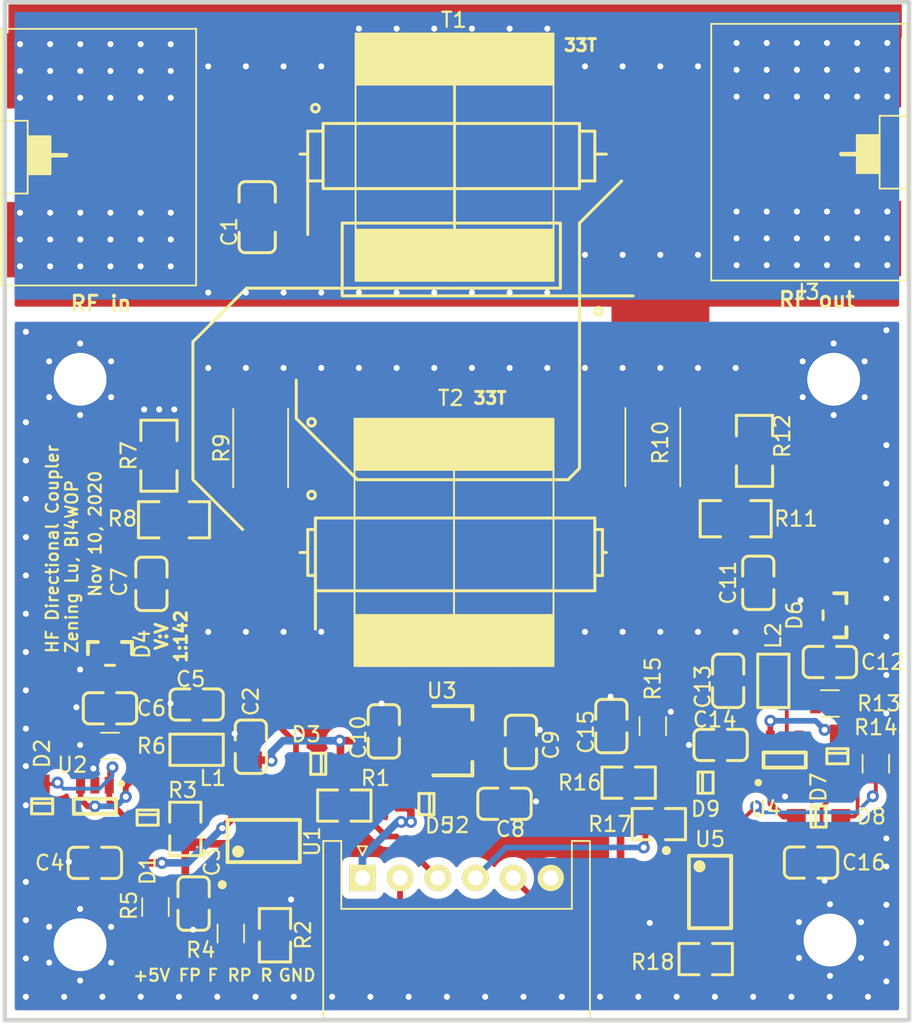
<source format=kicad_pcb>
(kicad_pcb (version 20171130) (host pcbnew "(5.1.4)-1")
  (layers (0 F.Cu signal) (31 B.Cu signal) (34 B.Paste user) (35 F.Paste user) (36 B.SilkS user) (37 F.SilkS user) (38 B.Mask user) (39 F.Mask user) (44 Edge.Cuts user))
  (net 0 "")
  (net 1 "Net-(C1-Pad2)")
  (net 2 GND)
  (net 3 +5V)
  (net 4 "Net-(C3-Pad1)")
  (net 5 "Net-(C8-Pad2)")
  (net 6 "Net-(D1-Pad1)")
  (net 7 "Net-(D2-Pad1)")
  (net 8 FWD_peak)
  (net 9 REV_peak)
  (net 10 FWD)
  (net 11 REV)
  (net 12 "Net-(R18-Pad1)")
  (net 13 +3V3)
  (net 14 "Net-(D1-Pad2)")
  (net 15 "Net-(C5-Pad2)")
  (net 16 "Net-(C6-Pad2)")
  (net 17 "Net-(C7-Pad2)")
  (net 18 "Net-(C7-Pad1)")
  (net 19 "Net-(C11-Pad2)")
  (net 20 "Net-(C11-Pad1)")
  (net 21 "Net-(C12-Pad2)")
  (net 22 "Net-(C13-Pad1)")
  (net 23 "Net-(C15-Pad1)")
  (net 24 "Net-(D8-Pad2)")
  (net 25 "Net-(D8-Pad1)")
  (net 26 "Net-(D9-Pad2)")
  (net 27 "Net-(J3-Pad1)")
  (net 28 "Net-(R1-Pad2)")
  (net 29 "Net-(R2-Pad2)")
  (net 30 "Net-(R8-Pad1)")
  (net 31 "Net-(R10-Pad1)")
  (net 32 "Net-(R14-Pad2)")
  (module lc_lib:0805_R (layer F.Cu) (at 91.4 101.75 180)
    (fp_text reference R16 (at 3.25 0) (layer F.SilkS))
    (fp_text value 100)
    (pad 2 smd rect (at 0.89 0 180) (size 1.16 1.47) (layers F.Cu F.Paste F.Mask) (net 23 "Net-(C15-Pad1)"))
    (pad 1 smd rect (at -0.89 0 180) (size 1.16 1.47) (layers F.Cu F.Paste F.Mask) (net 26 "Net-(D9-Pad2)"))
  )
  (module lc_lib:1206_C (layer F.Cu) (at 66.75 64.25 90)
    (fp_text reference C1 (at -0.978619 -1.849276 90) (layer F.SilkS))
    (fp_text value "10p 1KV")
    (pad 2 smd rect (at 1.49 0 90) (size 1.13 1.8) (layers F.Cu F.Paste F.Mask) (net 1 "Net-(C1-Pad2)"))
    (pad 1 smd rect (at -1.49 0 90) (size 1.13 1.8) (layers F.Cu F.Paste F.Mask) (net 2 GND))
  )
  (module lc_lib:SOD-123 (layer F.Cu) (at 77.98 103.169 180)
    (fp_text reference D5 (at -0.873619 -1.424276) (layer F.SilkS))
    (fp_text value SD123)
    (pad 2 smd rect (at -1.475 0) (size 1.25 1) (layers F.Cu F.Paste F.Mask) (net 5 "Net-(C8-Pad2)"))
    (pad 1 smd rect (at 1.475 0) (size 1.25 1) (layers F.Cu F.Paste F.Mask) (net 3 +5V))
  )
  (module lc_lib:SOIC-8_150MIL (layer F.Cu) (at 96.8 109 270)
    (fp_text reference U5 (at -3.5 0 180) (layer F.SilkS))
    (fp_text value LMV358)
    (pad 8 smd oval (at -1.905 -2.6 90) (size 0.7 1.8) (layers F.Cu F.Paste F.Mask) (net 13 +3V3))
    (pad 7 smd oval (at -0.635 -2.6 90) (size 0.7 1.8) (layers F.Cu F.Paste F.Mask) (net 12 "Net-(R18-Pad1)"))
    (pad 6 smd oval (at 0.635 -2.6 90) (size 0.7 1.8) (layers F.Cu F.Paste F.Mask) (net 12 "Net-(R18-Pad1)"))
    (pad 5 smd oval (at 1.905 -2.6 90) (size 0.7 1.8) (layers F.Cu F.Paste F.Mask) (net 22 "Net-(C13-Pad1)"))
    (pad 4 smd oval (at 1.905 2.6 90) (size 0.7 1.8) (layers F.Cu F.Paste F.Mask) (net 2 GND))
    (pad 3 smd oval (at 0.635 2.6 90) (size 0.7 1.8) (layers F.Cu F.Paste F.Mask) (net 23 "Net-(C15-Pad1)"))
    (pad 2 smd oval (at -0.635 2.6 90) (size 0.7 1.8) (layers F.Cu F.Paste F.Mask) (net 32 "Net-(R14-Pad2)"))
    (pad 1 smd oval (at -1.905 2.6 90) (size 0.7 1.8) (layers F.Cu F.Paste F.Mask) (net 32 "Net-(R14-Pad2)"))
  )
  (module lc_lib:SOT-23-5 (layer F.Cu) (at 101.75 100.25 270)
    (fp_text reference U4 (at 3.25 1.25 180) (layer F.SilkS))
    (fp_text value LMH6609MF)
    (pad 5 smd rect (at -1.4 0.95 180) (size 0.6 1.1) (layers F.Cu F.Paste F.Mask) (net 13 +3V3))
    (pad 4 smd rect (at -1.4 -0.95 180) (size 0.6 1.1) (layers F.Cu F.Paste F.Mask) (net 25 "Net-(D8-Pad1)"))
    (pad 3 smd rect (at 1.4 -0.95 180) (size 0.6 1.1) (layers F.Cu F.Paste F.Mask) (net 22 "Net-(C13-Pad1)"))
    (pad 2 smd rect (at 1.4 0 180) (size 0.6 1.1) (layers F.Cu F.Paste F.Mask) (net 2 GND))
    (pad 1 smd rect (at 1.4 0.95 180) (size 0.6 1.1) (layers F.Cu F.Paste F.Mask) (net 24 "Net-(D8-Pad2)"))
  )
  (module "lc_lib:SOT-89(SOT-89-3)" (layer F.Cu) (at 77.93 98.969 180)
    (fp_text reference U3 (at -1.07 3.319) (layer F.SilkS))
    (fp_text value AZ1117-3.3)
    (pad 3 smd oval (at 0 -1.5 90) (size 0.7 1.9) (layers F.Cu F.Paste F.Mask) (net 5 "Net-(C8-Pad2)"))
    (pad 2 smd oval (at -2.5 0 90) (size 2 3.5) (layers F.Cu F.Paste F.Mask) (net 13 +3V3))
    (pad 2 smd oval (at -0.1 0 90) (size 0.7 2.1) (layers F.Cu F.Paste F.Mask) (net 13 +3V3))
    (pad 1 smd oval (at 0 1.5 90) (size 0.7 1.9) (layers F.Cu F.Paste F.Mask) (net 2 GND))
  )
  (module lc_lib:SOT-23-5 (layer F.Cu) (at 55.98 103.319 90)
    (fp_text reference U2 (at 2.75 -1.5 180) (layer F.SilkS))
    (fp_text value LMH6609MF)
    (pad 5 smd rect (at -1.4 0.95) (size 0.6 1.1) (layers F.Cu F.Paste F.Mask) (net 13 +3V3))
    (pad 4 smd rect (at -1.4 -0.95) (size 0.6 1.1) (layers F.Cu F.Paste F.Mask) (net 7 "Net-(D2-Pad1)"))
    (pad 3 smd rect (at 1.4 -0.95) (size 0.6 1.1) (layers F.Cu F.Paste F.Mask) (net 15 "Net-(C5-Pad2)"))
    (pad 2 smd rect (at 1.4 0) (size 0.6 1.1) (layers F.Cu F.Paste F.Mask) (net 2 GND))
    (pad 1 smd rect (at 1.4 0.95) (size 0.6 1.1) (layers F.Cu F.Paste F.Mask) (net 6 "Net-(D1-Pad1)"))
  )
  (module lc_lib:SOIC-8_150MIL (layer F.Cu) (at 67.18 105.619)
    (fp_text reference U1 (at 3.22 0.031 270) (layer F.SilkS))
    (fp_text value LMV358)
    (pad 8 smd oval (at -1.905 -2.6 180) (size 0.7 1.8) (layers F.Cu F.Paste F.Mask) (net 13 +3V3))
    (pad 7 smd oval (at -0.635 -2.6 180) (size 0.7 1.8) (layers F.Cu F.Paste F.Mask) (net 28 "Net-(R1-Pad2)"))
    (pad 6 smd oval (at 0.635 -2.6 180) (size 0.7 1.8) (layers F.Cu F.Paste F.Mask) (net 28 "Net-(R1-Pad2)"))
    (pad 5 smd oval (at 1.905 -2.6 180) (size 0.7 1.8) (layers F.Cu F.Paste F.Mask) (net 15 "Net-(C5-Pad2)"))
    (pad 4 smd oval (at 1.905 2.6 180) (size 0.7 1.8) (layers F.Cu F.Paste F.Mask) (net 2 GND))
    (pad 3 smd oval (at 0.635 2.6 180) (size 0.7 1.8) (layers F.Cu F.Paste F.Mask) (net 4 "Net-(C3-Pad1)"))
    (pad 2 smd oval (at -0.635 2.6 180) (size 0.7 1.8) (layers F.Cu F.Paste F.Mask) (net 29 "Net-(R2-Pad2)"))
    (pad 1 smd oval (at -1.905 2.6 180) (size 0.7 1.8) (layers F.Cu F.Paste F.Mask) (net 29 "Net-(R2-Pad2)"))
  )
  (module lc_lib:0805_R (layer F.Cu) (at 96.51 113.45 180)
    (fp_text reference R18 (at 3.51 -0.2) (layer F.SilkS))
    (fp_text value 100)
    (pad 2 smd rect (at 0.89 0 180) (size 1.16 1.47) (layers F.Cu F.Paste F.Mask) (net 11 REV))
    (pad 1 smd rect (at -0.89 0 180) (size 1.16 1.47) (layers F.Cu F.Paste F.Mask) (net 12 "Net-(R18-Pad1)"))
  )
  (module lc_lib:0805_R (layer F.Cu) (at 93.4 104.5 180)
    (fp_text reference R17 (at 3.25 0) (layer F.SilkS))
    (fp_text value 100)
    (pad 2 smd rect (at 0.89 0 180) (size 1.16 1.47) (layers F.Cu F.Paste F.Mask) (net 9 REV_peak))
    (pad 1 smd rect (at -0.89 0 180) (size 1.16 1.47) (layers F.Cu F.Paste F.Mask) (net 32 "Net-(R14-Pad2)"))
  )
  (module lc_lib:1206_R (layer F.Cu) (at 99.75 79.75 270)
    (fp_text reference R12 (at -0.978619 -1.849276 90) (layer F.SilkS))
    (fp_text value 100)
    (pad 2 smd rect (at 1.49 0 270) (size 1.13 1.8) (layers F.Cu F.Paste F.Mask) (net 19 "Net-(C11-Pad2)"))
    (pad 1 smd rect (at -1.49 0 270) (size 1.13 1.8) (layers F.Cu F.Paste F.Mask) (net 2 GND))
  )
  (module lc_lib:1206_R (layer F.Cu) (at 98.5 84.25 180)
    (fp_text reference R11 (at -4 0) (layer F.SilkS))
    (fp_text value 330)
    (pad 2 smd rect (at 1.49 0 180) (size 1.13 1.8) (layers F.Cu F.Paste F.Mask) (net 31 "Net-(R10-Pad1)"))
    (pad 1 smd rect (at -1.49 0 180) (size 1.13 1.8) (layers F.Cu F.Paste F.Mask) (net 19 "Net-(C11-Pad2)"))
  )
  (module Resistors_SMD:R_2512 (layer F.Cu) (at 93 79.5 90)
    (fp_text reference R10 (at 0.3 0.5 90) (layer F.SilkS))
    (fp_text value "56 2W")
    (pad 2 smd rect (at 3.1 0 90) (size 1 3.2) (layers F.Cu F.Paste F.Mask) (net 2 GND))
    (pad 1 smd rect (at -3.1 0 90) (size 1 3.2) (layers F.Cu F.Paste F.Mask) (net 31 "Net-(R10-Pad1)"))
  )
  (module Resistors_SMD:R_2512 (layer F.Cu) (at 66.98 79.569 90)
    (fp_text reference R9 (at 0 -2.6 90) (layer F.SilkS))
    (fp_text value "56 2W")
    (pad 2 smd rect (at 3.1 0 90) (size 1 3.2) (layers F.Cu F.Paste F.Mask) (net 2 GND))
    (pad 1 smd rect (at -3.1 0 90) (size 1 3.2) (layers F.Cu F.Paste F.Mask) (net 30 "Net-(R8-Pad1)"))
  )
  (module lc_lib:1206_R (layer F.Cu) (at 61.23 84.319 180)
    (fp_text reference R8 (at 3.43 0.069) (layer F.SilkS))
    (fp_text value 330)
    (pad 2 smd rect (at 1.49 0 180) (size 1.13 1.8) (layers F.Cu F.Paste F.Mask) (net 18 "Net-(C7-Pad1)"))
    (pad 1 smd rect (at -1.49 0 180) (size 1.13 1.8) (layers F.Cu F.Paste F.Mask) (net 30 "Net-(R8-Pad1)"))
  )
  (module lc_lib:1206_R (layer F.Cu) (at 60.23 80.069 270)
    (fp_text reference R7 (at 0 2 90) (layer F.SilkS))
    (fp_text value 100)
    (pad 2 smd rect (at 1.49 0 270) (size 1.13 1.8) (layers F.Cu F.Paste F.Mask) (net 18 "Net-(C7-Pad1)"))
    (pad 1 smd rect (at -1.49 0 270) (size 1.13 1.8) (layers F.Cu F.Paste F.Mask) (net 2 GND))
  )
  (module Resistors_SMD:R_0805 (layer F.Cu) (at 56.98 99.319)
    (fp_text reference R6 (at 2.75 0) (layer F.SilkS))
    (fp_text value 4.7K)
    (pad 2 smd rect (at 0.95 0) (size 0.7 1.3) (layers F.Cu F.Paste F.Mask) (net 16 "Net-(C6-Pad2)"))
    (pad 1 smd rect (at -0.95 0) (size 0.7 1.3) (layers F.Cu F.Paste F.Mask) (net 2 GND))
  )
  (module lc_lib:0805_R (layer F.Cu) (at 61.98 104.819 90)
    (fp_text reference R3 (at 2.569 -0.18) (layer F.SilkS))
    (fp_text value 100)
    (pad 2 smd rect (at 0.89 0 90) (size 1.16 1.47) (layers F.Cu F.Paste F.Mask) (net 14 "Net-(D1-Pad2)"))
    (pad 1 smd rect (at -0.89 0 90) (size 1.16 1.47) (layers F.Cu F.Paste F.Mask) (net 4 "Net-(C3-Pad1)"))
  )
  (module lc_lib:0805_R (layer F.Cu) (at 67.93 111.869 90)
    (fp_text reference R2 (at 0.019 1.87 270) (layer F.SilkS))
    (fp_text value 100)
    (pad 2 smd rect (at 0.89 0 90) (size 1.16 1.47) (layers F.Cu F.Paste F.Mask) (net 29 "Net-(R2-Pad2)"))
    (pad 1 smd rect (at -0.89 0 90) (size 1.16 1.47) (layers F.Cu F.Paste F.Mask) (net 8 FWD_peak))
  )
  (module lc_lib:0805_R (layer F.Cu) (at 72.53 103.269 180)
    (fp_text reference R1 (at -2.07 1.819) (layer F.SilkS))
    (fp_text value 100)
    (pad 2 smd rect (at 0.89 0 180) (size 1.16 1.47) (layers F.Cu F.Paste F.Mask) (net 28 "Net-(R1-Pad2)"))
    (pad 1 smd rect (at -0.89 0 180) (size 1.16 1.47) (layers F.Cu F.Paste F.Mask) (net 10 FWD))
  )
  (module lc_lib:0805_L (layer F.Cu) (at 101 95 270)
    (fp_text reference L2 (at -3 0 90) (layer F.SilkS))
    (fp_text value 10uH)
    (pad 2 smd rect (at 0.89 0 270) (size 1.16 1.47) (layers F.Cu F.Paste F.Mask) (net 22 "Net-(C13-Pad1)"))
    (pad 1 smd rect (at -0.89 0 270) (size 1.16 1.47) (layers F.Cu F.Paste F.Mask) (net 21 "Net-(C12-Pad2)"))
  )
  (module lc_lib:0805_L (layer F.Cu) (at 62.73 99.569 180)
    (fp_text reference L1 (at -1.07 -1.881) (layer F.SilkS))
    (fp_text value 10uH)
    (pad 2 smd rect (at 0.89 0 180) (size 1.16 1.47) (layers F.Cu F.Paste F.Mask) (net 16 "Net-(C6-Pad2)"))
    (pad 1 smd rect (at -0.89 0 180) (size 1.16 1.47) (layers F.Cu F.Paste F.Mask) (net 15 "Net-(C5-Pad2)"))
  )
  (module MyPCBLib:RF_conn_pad (layer F.Cu) (at 103.48 60.069 180)
    (fp_text reference J3 (at 0.254 -9.144) (layer F.SilkS))
    (fp_text value "RF out")
    (pad 2 thru_hole circle (at 0.92 7.366 180) (size 0.8 0.8) (drill 0.4) (layers *.Cu *.Mask) (net 2 GND))
    (pad 2 thru_hole circle (at 2.92 7.366 180) (size 0.8 0.8) (drill 0.4) (layers *.Cu *.Mask) (net 2 GND))
    (pad 2 thru_hole circle (at 4.92 5.588 180) (size 0.8 0.8) (drill 0.4) (layers *.Cu *.Mask) (net 2 GND))
    (pad 2 thru_hole circle (at 2.92 5.588 180) (size 0.8 0.8) (drill 0.4) (layers *.Cu *.Mask) (net 2 GND))
    (pad 2 thru_hole circle (at -1.08 3.81 180) (size 0.8 0.8) (drill 0.4) (layers *.Cu *.Mask) (net 2 GND))
    (pad 2 thru_hole circle (at 0.92 5.588 180) (size 0.8 0.8) (drill 0.4) (layers *.Cu *.Mask) (net 2 GND))
    (pad 2 thru_hole circle (at -5.08 7.366 180) (size 0.8 0.8) (drill 0.4) (layers *.Cu *.Mask) (net 2 GND))
    (pad 2 thru_hole circle (at 4.92 7.366 180) (size 0.8 0.8) (drill 0.4) (layers *.Cu *.Mask) (net 2 GND))
    (pad 2 thru_hole circle (at -5.08 3.81 180) (size 0.8 0.8) (drill 0.4) (layers *.Cu *.Mask) (net 2 GND))
    (pad 2 thru_hole circle (at -3.08 3.81 180) (size 0.8 0.8) (drill 0.4) (layers *.Cu *.Mask) (net 2 GND))
    (pad 2 thru_hole circle (at 2.92 3.81 180) (size 0.8 0.8) (drill 0.4) (layers *.Cu *.Mask) (net 2 GND))
    (pad 2 thru_hole circle (at -5.08 5.588 180) (size 0.8 0.8) (drill 0.4) (layers *.Cu *.Mask) (net 2 GND))
    (pad 2 thru_hole circle (at -3.08 5.588 180) (size 0.8 0.8) (drill 0.4) (layers *.Cu *.Mask) (net 2 GND))
    (pad 2 thru_hole circle (at 0.92 3.81 180) (size 0.8 0.8) (drill 0.4) (layers *.Cu *.Mask) (net 2 GND))
    (pad 2 thru_hole circle (at -1.08 7.366 180) (size 0.8 0.8) (drill 0.4) (layers *.Cu *.Mask) (net 2 GND))
    (pad 2 thru_hole circle (at -3.08 7.366 180) (size 0.8 0.8) (drill 0.4) (layers *.Cu *.Mask) (net 2 GND))
    (pad 2 thru_hole circle (at 4.92 3.81 180) (size 0.8 0.8) (drill 0.4) (layers *.Cu *.Mask) (net 2 GND))
    (pad 2 thru_hole circle (at -1.08 5.588 180) (size 0.8 0.8) (drill 0.4) (layers *.Cu *.Mask) (net 2 GND))
    (pad 2 thru_hole circle (at -3.08 -5.588 180) (size 0.8 0.8) (drill 0.4) (layers *.Cu *.Mask) (net 2 GND))
    (pad 2 thru_hole circle (at -1.08 -5.588 180) (size 0.8 0.8) (drill 0.4) (layers *.Cu *.Mask) (net 2 GND))
    (pad 2 thru_hole circle (at 2.92 -5.588 180) (size 0.8 0.8) (drill 0.4) (layers *.Cu *.Mask) (net 2 GND))
    (pad 2 thru_hole circle (at 4.92 -5.588 180) (size 0.8 0.8) (drill 0.4) (layers *.Cu *.Mask) (net 2 GND))
    (pad 2 thru_hole circle (at -5.08 -5.588 180) (size 0.8 0.8) (drill 0.4) (layers *.Cu *.Mask) (net 2 GND))
    (pad 2 thru_hole circle (at 0.92 -5.588 180) (size 0.8 0.8) (drill 0.4) (layers *.Cu *.Mask) (net 2 GND))
    (pad 2 thru_hole circle (at -3.08 -3.81 180) (size 0.8 0.8) (drill 0.4) (layers *.Cu *.Mask) (net 2 GND))
    (pad 2 thru_hole circle (at -1.08 -3.81 180) (size 0.8 0.8) (drill 0.4) (layers *.Cu *.Mask) (net 2 GND))
    (pad 2 thru_hole circle (at 2.92 -3.81 180) (size 0.8 0.8) (drill 0.4) (layers *.Cu *.Mask) (net 2 GND))
    (pad 2 thru_hole circle (at 4.92 -3.81 180) (size 0.8 0.8) (drill 0.4) (layers *.Cu *.Mask) (net 2 GND))
    (pad 2 thru_hole circle (at -5.08 -3.81 180) (size 0.8 0.8) (drill 0.4) (layers *.Cu *.Mask) (net 2 GND))
    (pad 2 thru_hole circle (at 0.92 -3.81 180) (size 0.8 0.8) (drill 0.4) (layers *.Cu *.Mask) (net 2 GND))
    (pad 2 thru_hole circle (at 4.92 -7.366 180) (size 0.8 0.8) (drill 0.4) (layers *.Cu *.Mask) (net 2 GND))
    (pad 2 thru_hole circle (at 2.92 -7.366 180) (size 0.8 0.8) (drill 0.4) (layers *.Cu *.Mask) (net 2 GND))
    (pad 2 thru_hole circle (at 0.92 -7.366 180) (size 0.8 0.8) (drill 0.4) (layers *.Cu *.Mask) (net 2 GND))
    (pad 2 thru_hole circle (at -1.08 -7.366 180) (size 0.8 0.8) (drill 0.4) (layers *.Cu *.Mask) (net 2 GND))
    (pad 2 thru_hole circle (at -3.08 -7.366 180) (size 0.8 0.8) (drill 0.4) (layers *.Cu *.Mask) (net 2 GND))
    (pad 2 thru_hole circle (at -5.08 -7.366 180) (size 0.8 0.8) (drill 0.4) (layers *.Cu *.Mask) (net 2 GND))
    (pad 2 connect rect (at 0 5.6 180) (size 12 5) (layers F.Cu F.Mask) (net 2 GND))
    (pad 2 connect rect (at 0 -5.6 180) (size 12 5) (layers F.Cu F.Mask) (net 2 GND))
    (pad 1 connect rect (at 2 0 180) (size 8 2.5) (layers F.Cu F.Mask) (net 27 "Net-(J3-Pad1)"))
  )
  (module Connectors_JST:JST_XH_S06B-XH-A_06x2.50mm_Angled (layer F.Cu) (at 73.73 108.069)
    (fp_text reference J2 (at 6.25 -3.5) (layer F.SilkS))
    (fp_text value Singal)
    (pad 6 thru_hole circle (at 12.5 0) (size 1.75 1.75) (drill 1) (layers *.Cu *.Mask F.SilkS) (net 2 GND))
    (pad 5 thru_hole circle (at 10 0) (size 1.75 1.75) (drill 1) (layers *.Cu *.Mask F.SilkS) (net 11 REV))
    (pad 4 thru_hole circle (at 7.5 0) (size 1.75 1.75) (drill 1) (layers *.Cu *.Mask F.SilkS) (net 9 REV_peak))
    (pad 3 thru_hole circle (at 5 0) (size 1.75 1.75) (drill 1) (layers *.Cu *.Mask F.SilkS) (net 10 FWD))
    (pad 2 thru_hole circle (at 2.5 0) (size 1.75 1.75) (drill 1) (layers *.Cu *.Mask F.SilkS) (net 8 FWD_peak))
    (pad 1 thru_hole rect (at 0 0) (size 1.75 1.75) (drill 1) (layers *.Cu *.Mask F.SilkS) (net 3 +5V))
  )
  (module lc_lib:SOD-123 (layer F.Cu) (at 96.5 101.75)
    (fp_text reference D9 (at 0 1.75) (layer F.SilkS))
    (fp_text value 1N4148)
    (pad 2 smd rect (at -1.475 0 180) (size 1.25 1) (layers F.Cu F.Paste F.Mask) (net 26 "Net-(D9-Pad2)"))
    (pad 1 smd rect (at 1.475 0 180) (size 1.25 1) (layers F.Cu F.Paste F.Mask) (net 24 "Net-(D8-Pad2)"))
  )
  (module lc_lib:SOD-123 (layer F.Cu) (at 104 104)
    (fp_text reference D8 (at 3.5 0) (layer F.SilkS))
    (fp_text value 1N4148)
    (pad 2 smd rect (at -1.475 0 180) (size 1.25 1) (layers F.Cu F.Paste F.Mask) (net 24 "Net-(D8-Pad2)"))
    (pad 1 smd rect (at 1.475 0 180) (size 1.25 1) (layers F.Cu F.Paste F.Mask) (net 25 "Net-(D8-Pad1)"))
  )
  (module lc_lib:SOD-123 (layer F.Cu) (at 105.25 100 270)
    (fp_text reference D7 (at 2.05 1.25 90) (layer F.SilkS))
    (fp_text value 1N4148)
    (pad 2 smd rect (at -1.475 0 90) (size 1.25 1) (layers F.Cu F.Paste F.Mask) (net 13 +3V3))
    (pad 1 smd rect (at 1.475 0 90) (size 1.25 1) (layers F.Cu F.Paste F.Mask) (net 22 "Net-(C13-Pad1)"))
  )
  (module "lc_lib:SOT-23(SOT-23-3)" (layer F.Cu) (at 105.2 90.65 180)
    (fp_text reference D6 (at 2.8 0 90) (layer F.SilkS))
    (fp_text value BAT54S)
    (pad 3 smd rect (at -1.25 0 90) (size 0.7 1.25) (layers F.Cu F.Paste F.Mask) (net 20 "Net-(C11-Pad1)"))
    (pad 2 smd rect (at 1.25 -0.95 90) (size 0.7 1.25) (layers F.Cu F.Paste F.Mask) (net 21 "Net-(C12-Pad2)"))
    (pad 1 smd rect (at 1.25 0.95 90) (size 0.7 1.25) (layers F.Cu F.Paste F.Mask) (net 2 GND))
  )
  (module "lc_lib:SOT-23(SOT-23-3)" (layer F.Cu) (at 56.98 93.069 270)
    (fp_text reference D4 (at -0.500219 -2.136276 90) (layer F.SilkS))
    (fp_text value BAT54S)
    (pad 3 smd rect (at -1.25 0 180) (size 0.7 1.25) (layers F.Cu F.Paste F.Mask) (net 17 "Net-(C7-Pad2)"))
    (pad 2 smd rect (at 1.25 -0.95 180) (size 0.7 1.25) (layers F.Cu F.Paste F.Mask) (net 16 "Net-(C6-Pad2)"))
    (pad 1 smd rect (at 1.25 0.95 180) (size 0.7 1.25) (layers F.Cu F.Paste F.Mask) (net 2 GND))
  )
  (module lc_lib:0805_C (layer F.Cu) (at 103.5 107.05 180)
    (fp_text reference C16 (at -3.5 0) (layer F.SilkS))
    (fp_text value 104)
    (pad 2 smd rect (at 0.89 0 180) (size 1.16 1.47) (layers F.Cu F.Paste F.Mask) (net 13 +3V3))
    (pad 1 smd rect (at -0.89 0 180) (size 1.16 1.47) (layers F.Cu F.Paste F.Mask) (net 2 GND))
  )
  (module lc_lib:0805_C (layer F.Cu) (at 90.25 98 90)
    (fp_text reference C15 (at -0.393619 -1.684276 90) (layer F.SilkS))
    (fp_text value 1uF)
    (pad 2 smd rect (at 0.89 0 90) (size 1.16 1.47) (layers F.Cu F.Paste F.Mask) (net 2 GND))
    (pad 1 smd rect (at -0.89 0 90) (size 1.16 1.47) (layers F.Cu F.Paste F.Mask) (net 23 "Net-(C15-Pad1)"))
  )
  (module lc_lib:0805_C (layer F.Cu) (at 97.5 99.25)
    (fp_text reference C14 (at -0.393619 -1.684276) (layer F.SilkS))
    (fp_text value 104)
    (pad 2 smd rect (at 0.89 0) (size 1.16 1.47) (layers F.Cu F.Paste F.Mask) (net 13 +3V3))
    (pad 1 smd rect (at -0.89 0) (size 1.16 1.47) (layers F.Cu F.Paste F.Mask) (net 2 GND))
  )
  (module lc_lib:0805_C (layer F.Cu) (at 98 95 90)
    (fp_text reference C13 (at -0.393619 -1.684276 90) (layer F.SilkS))
    (fp_text value 10nF)
    (pad 2 smd rect (at 0.89 0 90) (size 1.16 1.47) (layers F.Cu F.Paste F.Mask) (net 2 GND))
    (pad 1 smd rect (at -0.89 0 90) (size 1.16 1.47) (layers F.Cu F.Paste F.Mask) (net 22 "Net-(C13-Pad1)"))
  )
  (module lc_lib:0805_C (layer F.Cu) (at 104.75 93.75 180)
    (fp_text reference C12 (at -3.5 0) (layer F.SilkS))
    (fp_text value 10nF)
    (pad 2 smd rect (at 0.89 0 180) (size 1.16 1.47) (layers F.Cu F.Paste F.Mask) (net 21 "Net-(C12-Pad2)"))
    (pad 1 smd rect (at -0.89 0 180) (size 1.16 1.47) (layers F.Cu F.Paste F.Mask) (net 2 GND))
  )
  (module lc_lib:0805_C (layer F.Cu) (at 100 88.5 90)
    (fp_text reference C11 (at 0 -2 90) (layer F.SilkS))
    (fp_text value 103)
    (pad 2 smd rect (at 0.89 0 90) (size 1.16 1.47) (layers F.Cu F.Paste F.Mask) (net 19 "Net-(C11-Pad2)"))
    (pad 1 smd rect (at -0.89 0 90) (size 1.16 1.47) (layers F.Cu F.Paste F.Mask) (net 20 "Net-(C11-Pad1)"))
  )
  (module lc_lib:0805_C (layer F.Cu) (at 75.15 98.35 90)
    (fp_text reference C10 (at -0.393619 -1.684276 90) (layer F.SilkS))
    (fp_text value 10uF)
    (pad 2 smd rect (at 0.89 0 90) (size 1.16 1.47) (layers F.Cu F.Paste F.Mask) (net 2 GND))
    (pad 1 smd rect (at -0.89 0 90) (size 1.16 1.47) (layers F.Cu F.Paste F.Mask) (net 13 +3V3))
  )
  (module lc_lib:0805_C (layer F.Cu) (at 84.25 99.05 90)
    (fp_text reference C9 (at -0.2 2 90) (layer F.SilkS))
    (fp_text value 10uF)
    (pad 2 smd rect (at 0.89 0 90) (size 1.16 1.47) (layers F.Cu F.Paste F.Mask) (net 2 GND))
    (pad 1 smd rect (at -0.89 0 90) (size 1.16 1.47) (layers F.Cu F.Paste F.Mask) (net 5 "Net-(C8-Pad2)"))
  )
  (module lc_lib:0805_C (layer F.Cu) (at 83.16 103.15 180)
    (fp_text reference C8 (at -0.393619 -1.684276) (layer F.SilkS))
    (fp_text value 104)
    (pad 2 smd rect (at 0.89 0 180) (size 1.16 1.47) (layers F.Cu F.Paste F.Mask) (net 5 "Net-(C8-Pad2)"))
    (pad 1 smd rect (at -0.89 0 180) (size 1.16 1.47) (layers F.Cu F.Paste F.Mask) (net 2 GND))
  )
  (module lc_lib:0805_C (layer F.Cu) (at 59.73 88.569 270)
    (fp_text reference C7 (at -0.119 2.13 90) (layer F.SilkS))
    (fp_text value 103)
    (pad 2 smd rect (at 0.89 0 270) (size 1.16 1.47) (layers F.Cu F.Paste F.Mask) (net 17 "Net-(C7-Pad2)"))
    (pad 1 smd rect (at -0.89 0 270) (size 1.16 1.47) (layers F.Cu F.Paste F.Mask) (net 18 "Net-(C7-Pad1)"))
  )
  (module lc_lib:0805_C (layer F.Cu) (at 56.98 96.819)
    (fp_text reference C6 (at 2.75 0) (layer F.SilkS))
    (fp_text value 10nF)
    (pad 2 smd rect (at 0.89 0) (size 1.16 1.47) (layers F.Cu F.Paste F.Mask) (net 16 "Net-(C6-Pad2)"))
    (pad 1 smd rect (at -0.89 0) (size 1.16 1.47) (layers F.Cu F.Paste F.Mask) (net 2 GND))
  )
  (module lc_lib:0805_C (layer F.Cu) (at 62.73 96.569)
    (fp_text reference C5 (at -0.393619 -1.684276) (layer F.SilkS))
    (fp_text value 10nF)
    (pad 2 smd rect (at 0.89 0) (size 1.16 1.47) (layers F.Cu F.Paste F.Mask) (net 15 "Net-(C5-Pad2)"))
    (pad 1 smd rect (at -0.89 0) (size 1.16 1.47) (layers F.Cu F.Paste F.Mask) (net 2 GND))
  )
  (module lc_lib:0805_C (layer F.Cu) (at 55.98 107.069)
    (fp_text reference C4 (at -3 0) (layer F.SilkS))
    (fp_text value 104)
    (pad 2 smd rect (at 0.89 0) (size 1.16 1.47) (layers F.Cu F.Paste F.Mask) (net 13 +3V3))
    (pad 1 smd rect (at -0.89 0) (size 1.16 1.47) (layers F.Cu F.Paste F.Mask) (net 2 GND))
  )
  (module lc_lib:0805_C (layer F.Cu) (at 62.53 109.769 270)
    (fp_text reference C3 (at -2.769 -1.22 90) (layer F.SilkS))
    (fp_text value 1uF)
    (pad 2 smd rect (at 0.89 0 270) (size 1.16 1.47) (layers F.Cu F.Paste F.Mask) (net 2 GND))
    (pad 1 smd rect (at -0.89 0 270) (size 1.16 1.47) (layers F.Cu F.Paste F.Mask) (net 4 "Net-(C3-Pad1)"))
  )
  (module lc_lib:0805_C (layer F.Cu) (at 66.33 99.369 270)
    (fp_text reference C2 (at -3 0 90) (layer F.SilkS))
    (fp_text value 104)
    (pad 2 smd rect (at 0.89 0 270) (size 1.16 1.47) (layers F.Cu F.Paste F.Mask) (net 13 +3V3))
    (pad 1 smd rect (at -0.89 0 270) (size 1.16 1.47) (layers F.Cu F.Paste F.Mask) (net 2 GND))
  )
  (module lc_lib:SOD-123 (layer F.Cu) (at 52.48 103.319 270)
    (fp_text reference D2 (at -3.5 0 90) (layer F.SilkS))
    (fp_text value 1N4148)
    (pad 2 smd rect (at -1.475 0 90) (size 1.25 1) (layers F.Cu F.Paste F.Mask) (net 6 "Net-(D1-Pad1)"))
    (pad 1 smd rect (at 1.475 0 90) (size 1.25 1) (layers F.Cu F.Paste F.Mask) (net 7 "Net-(D2-Pad1)"))
  )
  (module MyPCBLib:M3_Screwhole (layer F.Cu) (at 55 75)
    (fp_text reference SC4 hide)
    (fp_text value GND hide)
    (pad 1 thru_hole circle (at 2.05681 -1.1875 300) (size 0.8 0.8) (drill 0.4) (layers *.Cu *.Mask) (net 2 GND))
    (pad 1 thru_hole circle (at 2.05681 1.1875 240) (size 0.8 0.8) (drill 0.4) (layers *.Cu *.Mask) (net 2 GND))
    (pad 1 thru_hole circle (at 0 2.375 180) (size 0.8 0.8) (drill 0.4) (layers *.Cu *.Mask) (net 2 GND))
    (pad 1 thru_hole circle (at -2.05681 1.1875 120) (size 0.8 0.8) (drill 0.4) (layers *.Cu *.Mask) (net 2 GND))
    (pad 1 thru_hole circle (at -2.05681 -1.1875 60) (size 0.8 0.8) (drill 0.4) (layers *.Cu *.Mask) (net 2 GND))
    (pad 1 thru_hole circle (at 0 -2.375) (size 0.8 0.8) (drill 0.4) (layers *.Cu *.Mask) (net 2 GND))
    (pad 1 thru_hole circle (at 0 0) (size 6 6) (drill 3.5) (layers *.Cu *.Mask) (net 2 GND))
  )
  (module MyPCBLib:M3_Screwhole (layer F.Cu) (at 55 112.5)
    (fp_text reference SC3 hide)
    (fp_text value GND hide)
    (pad 1 thru_hole circle (at 2.05681 -1.1875 300) (size 0.8 0.8) (drill 0.4) (layers *.Cu *.Mask) (net 2 GND))
    (pad 1 thru_hole circle (at 2.05681 1.1875 240) (size 0.8 0.8) (drill 0.4) (layers *.Cu *.Mask) (net 2 GND))
    (pad 1 thru_hole circle (at 0 2.375 180) (size 0.8 0.8) (drill 0.4) (layers *.Cu *.Mask) (net 2 GND))
    (pad 1 thru_hole circle (at -2.05681 1.1875 120) (size 0.8 0.8) (drill 0.4) (layers *.Cu *.Mask) (net 2 GND))
    (pad 1 thru_hole circle (at -2.05681 -1.1875 60) (size 0.8 0.8) (drill 0.4) (layers *.Cu *.Mask) (net 2 GND))
    (pad 1 thru_hole circle (at 0 -2.375) (size 0.8 0.8) (drill 0.4) (layers *.Cu *.Mask) (net 2 GND))
    (pad 1 thru_hole circle (at 0 0) (size 6 6) (drill 3.5) (layers *.Cu *.Mask) (net 2 GND))
  )
  (module MyPCBLib:M3_Screwhole (layer F.Cu) (at 104.758 112.187)
    (fp_text reference SC2 hide)
    (fp_text value GND hide)
    (pad 1 thru_hole circle (at 2.05681 -1.1875 300) (size 0.8 0.8) (drill 0.4) (layers *.Cu *.Mask) (net 2 GND))
    (pad 1 thru_hole circle (at 2.05681 1.1875 240) (size 0.8 0.8) (drill 0.4) (layers *.Cu *.Mask) (net 2 GND))
    (pad 1 thru_hole circle (at 0 2.375 180) (size 0.8 0.8) (drill 0.4) (layers *.Cu *.Mask) (net 2 GND))
    (pad 1 thru_hole circle (at -2.05681 1.1875 120) (size 0.8 0.8) (drill 0.4) (layers *.Cu *.Mask) (net 2 GND))
    (pad 1 thru_hole circle (at -2.05681 -1.1875 60) (size 0.8 0.8) (drill 0.4) (layers *.Cu *.Mask) (net 2 GND))
    (pad 1 thru_hole circle (at 0 -2.375) (size 0.8 0.8) (drill 0.4) (layers *.Cu *.Mask) (net 2 GND))
    (pad 1 thru_hole circle (at 0 0) (size 6 6) (drill 3.5) (layers *.Cu *.Mask) (net 2 GND))
  )
  (module MyPCBLib:M3_Screwhole (layer F.Cu) (at 105 75)
    (fp_text reference SC1 hide)
    (fp_text value GND hide)
    (pad 1 thru_hole circle (at 2.05681 -1.1875 300) (size 0.8 0.8) (drill 0.4) (layers *.Cu *.Mask) (net 2 GND))
    (pad 1 thru_hole circle (at 2.05681 1.1875 240) (size 0.8 0.8) (drill 0.4) (layers *.Cu *.Mask) (net 2 GND))
    (pad 1 thru_hole circle (at 0 2.375 180) (size 0.8 0.8) (drill 0.4) (layers *.Cu *.Mask) (net 2 GND))
    (pad 1 thru_hole circle (at -2.05681 1.1875 120) (size 0.8 0.8) (drill 0.4) (layers *.Cu *.Mask) (net 2 GND))
    (pad 1 thru_hole circle (at -2.05681 -1.1875 60) (size 0.8 0.8) (drill 0.4) (layers *.Cu *.Mask) (net 2 GND))
    (pad 1 thru_hole circle (at 0 -2.375) (size 0.8 0.8) (drill 0.4) (layers *.Cu *.Mask) (net 2 GND))
    (pad 1 thru_hole circle (at 0 0) (size 6 6) (drill 3.5) (layers *.Cu *.Mask) (net 2 GND))
  )
  (module Resistors_SMD:R_0805 (layer F.Cu) (at 65 111.75 270)
    (fp_text reference R4 (at 1.1 2 180) (layer F.SilkS))
    (fp_text value 1K)
    (pad 2 smd rect (at 0.95 0 270) (size 0.7 1.3) (layers F.Cu F.Paste F.Mask) (net 7 "Net-(D2-Pad1)"))
    (pad 1 smd rect (at -0.95 0 270) (size 0.7 1.3) (layers F.Cu F.Paste F.Mask) (net 29 "Net-(R2-Pad2)"))
  )
  (module lc_lib:SOD-123 (layer F.Cu) (at 70.8 100.5 180)
    (fp_text reference D3 (at 0.8 1.95) (layer F.SilkS))
    (fp_text value 1N4148)
    (pad 2 smd rect (at -1.475 0) (size 1.25 1) (layers F.Cu F.Paste F.Mask) (net 13 +3V3))
    (pad 1 smd rect (at 1.475 0) (size 1.25 1) (layers F.Cu F.Paste F.Mask) (net 15 "Net-(C5-Pad2)"))
  )
  (module lc_lib:SOD-123 (layer F.Cu) (at 59.48 104.069 270)
    (fp_text reference D1 (at 3.5 0 90) (layer F.SilkS))
    (fp_text value 1N4148)
    (pad 2 smd rect (at -1.475 0 90) (size 1.25 1) (layers F.Cu F.Paste F.Mask) (net 14 "Net-(D1-Pad2)"))
    (pad 1 smd rect (at 1.475 0 90) (size 1.25 1) (layers F.Cu F.Paste F.Mask) (net 6 "Net-(D1-Pad1)"))
  )
  (module MyPCBLib:5943004901 (layer F.Cu) (at 83.11 85.82)
    (fp_text reference T2 hide)
    (fp_text value 33T)
  )
  (module MyPCBLib:5943004901 (layer F.Cu) (at 83.112 60.272)
    (fp_text reference T1 hide)
    (fp_text value 1T)
  )
  (module MyPCBLib:5943004901 (layer F.Cu) (at 76.508 85.82)
    (fp_text reference T2 (at 3.092 -9.57) (layer F.SilkS))
    (fp_text value 33T)
  )
  (module MyPCBLib:5943004901 (layer F.Cu) (at 76.578 60.272)
    (fp_text reference T1 (at 3.222 -9.1) (layer F.SilkS))
    (fp_text value 1T)
  )
  (module Resistors_SMD:R_0805 (layer F.Cu) (at 93 98 270)
    (fp_text reference R15 (at -3.15 0 90) (layer F.SilkS))
    (fp_text value 1M)
    (pad 2 smd rect (at 0.95 0 270) (size 0.7 1.3) (layers F.Cu F.Paste F.Mask) (net 23 "Net-(C15-Pad1)"))
    (pad 1 smd rect (at -0.95 0 270) (size 0.7 1.3) (layers F.Cu F.Paste F.Mask) (net 2 GND))
  )
  (module Resistors_SMD:R_0805 (layer F.Cu) (at 107.8 100.5 270)
    (fp_text reference R14 (at -2.413 0 180) (layer F.SilkS))
    (fp_text value 1K)
    (pad 2 smd rect (at 0.95 0 270) (size 0.7 1.3) (layers F.Cu F.Paste F.Mask) (net 32 "Net-(R14-Pad2)"))
    (pad 1 smd rect (at -0.95 0 270) (size 0.7 1.3) (layers F.Cu F.Paste F.Mask) (net 25 "Net-(D8-Pad1)"))
  )
  (module Resistors_SMD:R_0805 (layer F.Cu) (at 104.75 96.5 180)
    (fp_text reference R13 (at -3.25 0) (layer F.SilkS))
    (fp_text value 4.7K)
    (pad 2 smd rect (at 0.95 0 180) (size 0.7 1.3) (layers F.Cu F.Paste F.Mask) (net 21 "Net-(C12-Pad2)"))
    (pad 1 smd rect (at -0.95 0 180) (size 0.7 1.3) (layers F.Cu F.Paste F.Mask) (net 2 GND))
  )
  (module Resistors_SMD:R_0805 (layer F.Cu) (at 60 110 90)
    (fp_text reference R5 (at 0.1 -1.75 90) (layer F.SilkS))
    (fp_text value 1M)
    (pad 2 smd rect (at 0.95 0 90) (size 0.7 1.3) (layers F.Cu F.Paste F.Mask) (net 4 "Net-(C3-Pad1)"))
    (pad 1 smd rect (at -0.95 0 90) (size 0.7 1.3) (layers F.Cu F.Paste F.Mask) (net 2 GND))
  )
  (module MyPCBLib:RF_conn_pad (layer F.Cu) (at 56.093 60.145)
    (fp_text reference J1 hide)
    (fp_text value "RF in")
    (pad 2 thru_hole circle (at 0.92 7.366) (size 0.8 0.8) (drill 0.4) (layers *.Cu *.Mask) (net 2 GND))
    (pad 2 thru_hole circle (at 2.92 7.366) (size 0.8 0.8) (drill 0.4) (layers *.Cu *.Mask) (net 2 GND))
    (pad 2 thru_hole circle (at 4.92 5.588) (size 0.8 0.8) (drill 0.4) (layers *.Cu *.Mask) (net 2 GND))
    (pad 2 thru_hole circle (at 2.92 5.588) (size 0.8 0.8) (drill 0.4) (layers *.Cu *.Mask) (net 2 GND))
    (pad 2 thru_hole circle (at -1.08 3.81) (size 0.8 0.8) (drill 0.4) (layers *.Cu *.Mask) (net 2 GND))
    (pad 2 thru_hole circle (at 0.92 5.588) (size 0.8 0.8) (drill 0.4) (layers *.Cu *.Mask) (net 2 GND))
    (pad 2 thru_hole circle (at -5.08 7.366) (size 0.8 0.8) (drill 0.4) (layers *.Cu *.Mask) (net 2 GND))
    (pad 2 thru_hole circle (at 4.92 7.366) (size 0.8 0.8) (drill 0.4) (layers *.Cu *.Mask) (net 2 GND))
    (pad 2 thru_hole circle (at -5.08 3.81) (size 0.8 0.8) (drill 0.4) (layers *.Cu *.Mask) (net 2 GND))
    (pad 2 thru_hole circle (at -3.08 3.81) (size 0.8 0.8) (drill 0.4) (layers *.Cu *.Mask) (net 2 GND))
    (pad 2 thru_hole circle (at 2.92 3.81) (size 0.8 0.8) (drill 0.4) (layers *.Cu *.Mask) (net 2 GND))
    (pad 2 thru_hole circle (at -5.08 5.588) (size 0.8 0.8) (drill 0.4) (layers *.Cu *.Mask) (net 2 GND))
    (pad 2 thru_hole circle (at -3.08 5.588) (size 0.8 0.8) (drill 0.4) (layers *.Cu *.Mask) (net 2 GND))
    (pad 2 thru_hole circle (at 0.92 3.81) (size 0.8 0.8) (drill 0.4) (layers *.Cu *.Mask) (net 2 GND))
    (pad 2 thru_hole circle (at -1.08 7.366) (size 0.8 0.8) (drill 0.4) (layers *.Cu *.Mask) (net 2 GND))
    (pad 2 thru_hole circle (at -3.08 7.366) (size 0.8 0.8) (drill 0.4) (layers *.Cu *.Mask) (net 2 GND))
    (pad 2 thru_hole circle (at 4.92 3.81) (size 0.8 0.8) (drill 0.4) (layers *.Cu *.Mask) (net 2 GND))
    (pad 2 thru_hole circle (at -1.08 5.588) (size 0.8 0.8) (drill 0.4) (layers *.Cu *.Mask) (net 2 GND))
    (pad 2 thru_hole circle (at -3.08 -5.588) (size 0.8 0.8) (drill 0.4) (layers *.Cu *.Mask) (net 2 GND))
    (pad 2 thru_hole circle (at -1.08 -5.588) (size 0.8 0.8) (drill 0.4) (layers *.Cu *.Mask) (net 2 GND))
    (pad 2 thru_hole circle (at 2.92 -5.588) (size 0.8 0.8) (drill 0.4) (layers *.Cu *.Mask) (net 2 GND))
    (pad 2 thru_hole circle (at 4.92 -5.588) (size 0.8 0.8) (drill 0.4) (layers *.Cu *.Mask) (net 2 GND))
    (pad 2 thru_hole circle (at -5.08 -5.588) (size 0.8 0.8) (drill 0.4) (layers *.Cu *.Mask) (net 2 GND))
    (pad 2 thru_hole circle (at 0.92 -5.588) (size 0.8 0.8) (drill 0.4) (layers *.Cu *.Mask) (net 2 GND))
    (pad 2 thru_hole circle (at -3.08 -3.81) (size 0.8 0.8) (drill 0.4) (layers *.Cu *.Mask) (net 2 GND))
    (pad 2 thru_hole circle (at -1.08 -3.81) (size 0.8 0.8) (drill 0.4) (layers *.Cu *.Mask) (net 2 GND))
    (pad 2 thru_hole circle (at 2.92 -3.81) (size 0.8 0.8) (drill 0.4) (layers *.Cu *.Mask) (net 2 GND))
    (pad 2 thru_hole circle (at 4.92 -3.81) (size 0.8 0.8) (drill 0.4) (layers *.Cu *.Mask) (net 2 GND))
    (pad 2 thru_hole circle (at -5.08 -3.81) (size 0.8 0.8) (drill 0.4) (layers *.Cu *.Mask) (net 2 GND))
    (pad 2 thru_hole circle (at 0.92 -3.81) (size 0.8 0.8) (drill 0.4) (layers *.Cu *.Mask) (net 2 GND))
    (pad 2 thru_hole circle (at 4.92 -7.366) (size 0.8 0.8) (drill 0.4) (layers *.Cu *.Mask) (net 2 GND))
    (pad 2 thru_hole circle (at 2.92 -7.366) (size 0.8 0.8) (drill 0.4) (layers *.Cu *.Mask) (net 2 GND))
    (pad 2 thru_hole circle (at 0.92 -7.366) (size 0.8 0.8) (drill 0.4) (layers *.Cu *.Mask) (net 2 GND))
    (pad 2 thru_hole circle (at -1.08 -7.366) (size 0.8 0.8) (drill 0.4) (layers *.Cu *.Mask) (net 2 GND))
    (pad 2 thru_hole circle (at -3.08 -7.366) (size 0.8 0.8) (drill 0.4) (layers *.Cu *.Mask) (net 2 GND))
    (pad 2 thru_hole circle (at -5.08 -7.366) (size 0.8 0.8) (drill 0.4) (layers *.Cu *.Mask) (net 2 GND))
    (pad 2 connect rect (at 0 5.6) (size 12 5) (layers F.Cu F.Mask) (net 2 GND))
    (pad 2 connect rect (at 0 -5.6) (size 12 5) (layers F.Cu F.Mask) (net 2 GND))
    (pad 1 connect rect (at 2 0) (size 8 2.5) (layers F.Cu F.Mask) (net 1 "Net-(C1-Pad2)"))
  )
  (gr_text "\nV:V\n1:142" (at 60.4 92.05 90) (layer F.SilkS) (effects (font (size 0.8 0.8) (thickness 0.2))))
  (gr_text 33T (at 82.2 76.25) (layer F.SilkS) (effects (font (size 0.8 0.8) (thickness 0.2))))
  (gr_text 33T (at 88.2 52.85) (layer F.SilkS) (effects (font (size 0.8 0.8) (thickness 0.2))))
  (gr_text "Nov 10, 2020" (at 56 85.25 90) (layer F.SilkS) (effects (font (size 0.8 0.8))))
  (gr_text "HF Directional Coupler\nZening Lu, BI4WOP" (at 53.8 93.25 90) (layer F.SilkS) (effects (font (size 0.8 0.8)) (justify left)))
  (gr_text GND (at 69.396 114.527) (layer F.SilkS) (effects (font (size 0.8 0.8))))
  (gr_text R (at 67.364 114.527) (layer F.SilkS) (effects (font (size 0.8 0.8))))
  (gr_text RP (at 65.586 114.527) (layer F.SilkS) (effects (font (size 0.8 0.8))))
  (gr_text F (at 63.808 114.527) (layer F.SilkS) (effects (font (size 0.8 0.8))))
  (gr_text FP (at 62.284 114.527) (layer F.SilkS) (effects (font (size 0.8 0.8))))
  (gr_text +5V (at 59.744 114.527) (layer F.SilkS) (effects (font (size 0.8 0.8))))
  (gr_text "RF out" (at 103.886 69.723) (layer F.SilkS) (effects (font (size 1 1) (thickness 0.2))))
  (gr_text "RF in" (at 56.388 69.977) (layer F.SilkS) (effects (font (size 1 1) (thickness 0.2))))
  (gr_circle (center 89.408 70.485) (end 89.408 70.231) (layer F.SilkS) (width 0.2))
  (gr_circle (center 70.612 57.023) (end 70.612 56.769) (layer F.SilkS) (width 0.2))
  (gr_line (start 72.39 69.469) (end 91.694 69.469) (layer F.SilkS) (width 0.2))
  (gr_line (start 72.39 64.643) (end 72.39 69.469) (layer F.SilkS) (width 0.2))
  (gr_line (start 86.868 64.643) (end 72.39 64.643) (layer F.SilkS) (width 0.2))
  (gr_line (start 86.868 68.961) (end 86.868 64.643) (layer F.SilkS) (width 0.2))
  (gr_line (start 66.04 68.961) (end 86.868 68.961) (layer F.SilkS) (width 0.2))
  (gr_line (start 62.484 72.517) (end 66.04 68.961) (layer F.SilkS) (width 0.2))
  (gr_line (start 62.484 81.661) (end 62.484 72.517) (layer F.SilkS) (width 0.2))
  (gr_line (start 65.786 84.963) (end 62.484 81.661) (layer F.SilkS) (width 0.2))
  (gr_line (start 70.612 89.027) (end 70.612 91.567) (layer F.SilkS) (width 0.2))
  (gr_line (start 70.104 61.849) (end 70.104 65.405) (layer F.SilkS) (width 0.2))
  (gr_line (start 89.154 60.071) (end 89.916 60.071) (layer F.SilkS) (width 0.2))
  (gr_line (start 89.154 61.849) (end 88.138 61.849) (layer F.SilkS) (width 0.2))
  (gr_line (start 89.154 58.547) (end 89.154 61.849) (layer F.SilkS) (width 0.2))
  (gr_line (start 88.138 58.547) (end 89.154 58.547) (layer F.SilkS) (width 0.2))
  (gr_line (start 70.104 60.071) (end 69.596 60.071) (layer F.SilkS) (width 0.2))
  (gr_line (start 70.104 61.849) (end 71.12 61.849) (layer F.SilkS) (width 0.2))
  (gr_line (start 70.104 58.547) (end 70.104 61.849) (layer F.SilkS) (width 0.2))
  (gr_line (start 71.12 58.547) (end 70.104 58.547) (layer F.SilkS) (width 0.2))
  (gr_line (start 71.12 58.039) (end 71.12 58.547) (layer F.SilkS) (width 0.2))
  (gr_line (start 71.12 62.357) (end 71.12 58.039) (layer F.SilkS) (width 0.2))
  (gr_line (start 88.138 62.357) (end 71.12 62.357) (layer F.SilkS) (width 0.2))
  (gr_line (start 88.138 58.039) (end 88.138 62.357) (layer F.SilkS) (width 0.2))
  (gr_line (start 71.12 58.039) (end 88.138 58.039) (layer F.SilkS) (width 0.2))
  (gr_line (start 87.376 81.661) (end 88.138 80.899) (layer F.SilkS) (width 0.2))
  (gr_line (start 88.138 64.643) (end 90.932 61.849) (layer F.SilkS) (width 0.2))
  (gr_circle (center 70.358 82.677) (end 70.104 82.677) (layer F.SilkS) (width 0.2))
  (gr_circle (center 70.358 77.851) (end 70.358 77.597) (layer F.SilkS) (width 0.2))
  (gr_line (start 89.662 86.487) (end 89.916 86.487) (layer F.SilkS) (width 0.2))
  (gr_line (start 70.104 86.487) (end 69.596 86.487) (layer F.SilkS) (width 0.2))
  (gr_line (start 89.662 88.011) (end 89.154 88.011) (layer F.SilkS) (width 0.2))
  (gr_line (start 89.662 84.963) (end 89.662 88.011) (layer F.SilkS) (width 0.2))
  (gr_line (start 89.154 84.963) (end 89.662 84.963) (layer F.SilkS) (width 0.2))
  (gr_line (start 70.104 88.011) (end 70.612 88.011) (layer F.SilkS) (width 0.2))
  (gr_line (start 70.104 84.963) (end 70.104 88.011) (layer F.SilkS) (width 0.2))
  (gr_line (start 70.612 84.963) (end 70.104 84.963) (layer F.SilkS) (width 0.2))
  (gr_line (start 70.612 89.027) (end 70.612 84.201) (layer F.SilkS) (width 0.2))
  (gr_line (start 89.154 89.027) (end 70.612 89.027) (layer F.SilkS) (width 0.2))
  (gr_line (start 89.154 84.201) (end 89.154 89.027) (layer F.SilkS) (width 0.2))
  (gr_line (start 70.612 84.201) (end 89.154 84.201) (layer F.SilkS) (width 0.2))
  (gr_line (start 69.342 77.597) (end 69.342 75.057) (layer F.SilkS) (width 0.2))
  (gr_line (start 73.406 81.661) (end 69.342 77.597) (layer F.SilkS) (width 0.2))
  (gr_line (start 88.138 80.899) (end 88.138 64.643) (layer F.SilkS) (width 0.2))
  (gr_line (start 73.406 81.661) (end 87.376 81.661) (layer F.SilkS) (width 0.2))
  (gr_poly (pts (xy 72.263 55.372) (xy 61.849 55.372) (xy 61.849 51.689) (xy 72.263 51.689)) (layer F.Cu) (width 0.1))
  (gr_poly (pts (xy 109.474 52.324) (xy 50.292 52.324) (xy 50.292 50.165) (xy 109.474 50.165)) (layer F.Cu) (width 0.1))
  (gr_poly (pts (xy 97.663 55.372) (xy 86.995 55.372) (xy 86.995 51.689) (xy 97.663 51.689)) (layer F.Cu) (width 0.1))
  (gr_poly (pts (xy 63.832 57.2) (xy 69.8 57.2) (xy 69.8 63.2) (xy 63.832 63.2)) (layer F.Cu) (width 0.1))
  (gr_poly (pts (xy 89.8 57.2) (xy 95.768 57.2) (xy 95.768 63.2) (xy 89.8 63.2)) (layer F.Cu) (width 0.1))
  (gr_line (start 110 50) (end 50 50) (layer Edge.Cuts) (width 0.3))
  (gr_line (start 110 117.5) (end 110 50) (layer Edge.Cuts) (width 0.3))
  (gr_line (start 50 117.5) (end 110 117.5) (layer Edge.Cuts) (width 0.3))
  (gr_line (start 50 50) (end 50 117.5) (layer Edge.Cuts) (width 0.3))
  (segment (start 58.093 60.145) (end 66.654 60.145) (width 2.54) (layer F.Cu) (net 1))
  (segment (start 66.654 61.082) (end 66.654 60.145) (width 0.508) (layer F.Cu) (net 1))
  (segment (start 66.23 61.506) (end 66.654 61.082) (width 0.508) (layer F.Cu) (net 1))
  (segment (start 66.23 62.579) (end 66.23 61.506) (width 0.508) (layer F.Cu) (net 1))
  (segment (start 77.921 97.46) (end 77.93 97.469) (width 0.508) (layer F.Cu) (net 2))
  (segment (start 75.15 97.46) (end 77.921 97.46) (width 0.508) (layer F.Cu) (net 2))
  (segment (start 56.098 65.74) (end 56.093 65.745) (width 0.381) (layer F.Cu) (net 2))
  (segment (start 66.75 65.74) (end 56.098 65.74) (width 0.381) (layer F.Cu) (net 2))
  (via (at 55 99.25) (size 0.8) (drill 0.4) (layers F.Cu B.Cu) (net 2))
  (segment (start 56.03 99.319) (end 55.069 99.319) (width 0.508) (layer F.Cu) (net 2))
  (segment (start 55.069 99.319) (end 55 99.25) (width 0.508) (layer F.Cu) (net 2))
  (via (at 61 96.5) (size 0.8) (drill 0.4) (layers F.Cu B.Cu) (net 2))
  (segment (start 61.84 96.569) (end 61.069 96.569) (width 0.508) (layer F.Cu) (net 2))
  (segment (start 61.069 96.569) (end 61 96.5) (width 0.508) (layer F.Cu) (net 2))
  (via (at 65.25 98.5) (size 0.8) (drill 0.4) (layers F.Cu B.Cu) (net 2))
  (segment (start 66.33 98.479) (end 65.271 98.479) (width 0.508) (layer F.Cu) (net 2))
  (segment (start 65.271 98.479) (end 65.25 98.5) (width 0.508) (layer F.Cu) (net 2))
  (via (at 75 96.5) (size 0.8) (drill 0.4) (layers F.Cu B.Cu) (net 2))
  (segment (start 75.15 97.46) (end 75.15 96.65) (width 0.508) (layer F.Cu) (net 2))
  (segment (start 75.15 96.65) (end 75 96.5) (width 0.508) (layer F.Cu) (net 2))
  (via (at 54.25 107) (size 0.8) (drill 0.4) (layers F.Cu B.Cu) (net 2))
  (segment (start 55.09 107.069) (end 54.319 107.069) (width 0.508) (layer F.Cu) (net 2))
  (segment (start 54.319 107.069) (end 54.25 107) (width 0.508) (layer F.Cu) (net 2))
  (via (at 62.5 111.5) (size 0.8) (drill 0.4) (layers F.Cu B.Cu) (net 2))
  (segment (start 62.53 110.659) (end 62.53 111.47) (width 0.508) (layer F.Cu) (net 2))
  (segment (start 62.53 111.47) (end 62.5 111.5) (width 0.508) (layer F.Cu) (net 2))
  (via (at 69 109.5) (size 0.8) (drill 0.4) (layers F.Cu B.Cu) (net 2))
  (segment (start 69.085 108.219) (end 69.085 109.415) (width 0.508) (layer F.Cu) (net 2))
  (segment (start 69.085 109.415) (end 69 109.5) (width 0.508) (layer F.Cu) (net 2))
  (segment (start 62.239 110.95) (end 62.53 110.659) (width 0.508) (layer F.Cu) (net 2))
  (segment (start 60 110.95) (end 62.239 110.95) (width 0.508) (layer F.Cu) (net 2))
  (via (at 85.25 103) (size 0.8) (drill 0.4) (layers F.Cu B.Cu) (net 2))
  (segment (start 84.05 103.15) (end 85.1 103.15) (width 0.508) (layer F.Cu) (net 2))
  (segment (start 85.1 103.15) (end 85.25 103) (width 0.508) (layer F.Cu) (net 2))
  (via (at 85.5 98.25) (size 0.8) (drill 0.4) (layers F.Cu B.Cu) (net 2))
  (segment (start 84.25 98.16) (end 85.41 98.16) (width 0.508) (layer F.Cu) (net 2))
  (segment (start 85.41 98.16) (end 85.5 98.25) (width 0.508) (layer F.Cu) (net 2))
  (via (at 54.75 96.75) (size 0.8) (drill 0.4) (layers F.Cu B.Cu) (net 2))
  (segment (start 56.09 96.819) (end 54.819 96.819) (width 0.508) (layer F.Cu) (net 2))
  (segment (start 54.819 96.819) (end 54.75 96.75) (width 0.508) (layer F.Cu) (net 2))
  (via (at 55 94.25) (size 0.8) (drill 0.4) (layers F.Cu B.Cu) (net 2))
  (segment (start 56.03 94.319) (end 55.069 94.319) (width 0.508) (layer F.Cu) (net 2))
  (segment (start 55.069 94.319) (end 55 94.25) (width 0.508) (layer F.Cu) (net 2))
  (via (at 59.25 77) (size 0.8) (drill 0.4) (layers F.Cu B.Cu) (net 2))
  (via (at 60.25 77) (size 0.8) (drill 0.4) (layers F.Cu B.Cu) (net 2))
  (via (at 61.25 77) (size 0.8) (drill 0.4) (layers F.Cu B.Cu) (net 2))
  (segment (start 55.98 101.919) (end 55.98 100.9145) (width 0.254) (layer F.Cu) (net 2))
  (via (at 55.876718 100.811218) (size 0.8) (drill 0.4) (layers F.Cu B.Cu) (net 2))
  (segment (start 55.98 100.9145) (end 55.876718 100.811218) (width 0.254) (layer F.Cu) (net 2))
  (via (at 95.4 99.25) (size 0.8) (drill 0.4) (layers F.Cu B.Cu) (net 2))
  (segment (start 96.61 99.25) (end 95.4 99.25) (width 0.381) (layer F.Cu) (net 2))
  (via (at 104.4 108.25) (size 0.8) (drill 0.4) (layers F.Cu B.Cu) (net 2))
  (segment (start 104.39 107.05) (end 104.39 108.24) (width 0.254) (layer F.Cu) (net 2))
  (segment (start 104.39 108.24) (end 104.4 108.25) (width 0.254) (layer F.Cu) (net 2))
  (via (at 92.8 111.05) (size 0.8) (drill 0.4) (layers F.Cu B.Cu) (net 2))
  (segment (start 94.2 110.905) (end 92.945 110.905) (width 0.381) (layer F.Cu) (net 2))
  (segment (start 92.945 110.905) (end 92.8 111.05) (width 0.381) (layer F.Cu) (net 2))
  (segment (start 101.75 102.643402) (end 101.775199 102.668601) (width 0.381) (layer F.Cu) (net 2))
  (segment (start 101.75 101.65) (end 101.75 102.643402) (width 0.381) (layer F.Cu) (net 2))
  (via (at 101.775199 102.668601) (size 0.8) (drill 0.4) (layers F.Cu B.Cu) (net 2))
  (via (at 94.2 97.05) (size 0.8) (drill 0.4) (layers F.Cu B.Cu) (net 2))
  (segment (start 93 97.05) (end 94.2 97.05) (width 0.381) (layer F.Cu) (net 2))
  (via (at 90.2 96.05) (size 0.8) (drill 0.4) (layers F.Cu B.Cu) (net 2))
  (segment (start 90.25 97.11) (end 90.25 96.1) (width 0.381) (layer F.Cu) (net 2))
  (segment (start 90.25 96.1) (end 90.2 96.05) (width 0.381) (layer F.Cu) (net 2))
  (segment (start 102.85 89.7) (end 102.8 89.65) (width 0.508) (layer F.Cu) (net 2))
  (via (at 102.8 89.65) (size 0.8) (drill 0.4) (layers F.Cu B.Cu) (net 2))
  (segment (start 103.95 89.7) (end 102.85 89.7) (width 0.508) (layer F.Cu) (net 2))
  (via (at 51.4 77.85) (size 0.8) (drill 0.4) (layers F.Cu B.Cu) (net 2))
  (via (at 51.4 71.85) (size 0.8) (drill 0.4) (layers F.Cu B.Cu) (net 2))
  (via (at 63.5 54.25) (size 0.8) (drill 0.4) (layers F.Cu B.Cu) (net 2))
  (via (at 66 54.25) (size 0.8) (drill 0.4) (layers F.Cu B.Cu) (net 2))
  (via (at 68.5 54.25) (size 0.8) (drill 0.4) (layers F.Cu B.Cu) (net 2))
  (via (at 71 54.25) (size 0.8) (drill 0.4) (layers F.Cu B.Cu) (net 2))
  (via (at 73.5 51.75) (size 0.8) (drill 0.4) (layers F.Cu B.Cu) (net 2))
  (via (at 76 51.75) (size 0.8) (drill 0.4) (layers F.Cu B.Cu) (net 2))
  (via (at 78.5 51.75) (size 0.8) (drill 0.4) (layers F.Cu B.Cu) (net 2))
  (via (at 81 51.75) (size 0.8) (drill 0.4) (layers F.Cu B.Cu) (net 2))
  (via (at 83.5 51.75) (size 0.8) (drill 0.4) (layers F.Cu B.Cu) (net 2))
  (via (at 86 51.75) (size 0.8) (drill 0.4) (layers F.Cu B.Cu) (net 2))
  (via (at 88.5 54.25) (size 0.8) (drill 0.4) (layers F.Cu B.Cu) (net 2))
  (via (at 91 54.25) (size 0.8) (drill 0.4) (layers F.Cu B.Cu) (net 2))
  (via (at 93.5 54.25) (size 0.8) (drill 0.4) (layers F.Cu B.Cu) (net 2))
  (via (at 96 54.25) (size 0.8) (drill 0.4) (layers F.Cu B.Cu) (net 2))
  (via (at 63.5 69.25) (size 0.8) (drill 0.4) (layers F.Cu B.Cu) (net 2))
  (via (at 66 69.25) (size 0.8) (drill 0.4) (layers F.Cu B.Cu) (net 2))
  (via (at 68.5 69.25) (size 0.8) (drill 0.4) (layers F.Cu B.Cu) (net 2))
  (via (at 71 69.25) (size 0.8) (drill 0.4) (layers F.Cu B.Cu) (net 2))
  (via (at 73.5 69.25) (size 0.8) (drill 0.4) (layers F.Cu B.Cu) (net 2))
  (via (at 76 69.25) (size 0.8) (drill 0.4) (layers F.Cu B.Cu) (net 2))
  (via (at 78.5 69.25) (size 0.8) (drill 0.4) (layers F.Cu B.Cu) (net 2))
  (via (at 81 69.25) (size 0.8) (drill 0.4) (layers F.Cu B.Cu) (net 2))
  (via (at 83.5 69.25) (size 0.8) (drill 0.4) (layers F.Cu B.Cu) (net 2))
  (via (at 86 69.25) (size 0.8) (drill 0.4) (layers F.Cu B.Cu) (net 2))
  (via (at 88.5 66.75) (size 0.8) (drill 0.4) (layers F.Cu B.Cu) (net 2))
  (via (at 91 66.75) (size 0.8) (drill 0.4) (layers F.Cu B.Cu) (net 2))
  (via (at 93.5 66.75) (size 0.8) (drill 0.4) (layers F.Cu B.Cu) (net 2))
  (via (at 96 66.75) (size 0.8) (drill 0.4) (layers F.Cu B.Cu) (net 2))
  (via (at 91 74.25) (size 0.8) (drill 0.4) (layers F.Cu B.Cu) (net 2))
  (via (at 93.5 74.25) (size 0.8) (drill 0.4) (layers F.Cu B.Cu) (net 2))
  (via (at 96 74.25) (size 0.8) (drill 0.4) (layers F.Cu B.Cu) (net 2))
  (via (at 63.5 74.25) (size 0.8) (drill 0.4) (layers F.Cu B.Cu) (net 2))
  (via (at 66 74.25) (size 0.8) (drill 0.4) (layers F.Cu B.Cu) (net 2))
  (via (at 68.5 74.25) (size 0.8) (drill 0.4) (layers F.Cu B.Cu) (net 2))
  (via (at 71 74.25) (size 0.8) (drill 0.4) (layers F.Cu B.Cu) (net 2))
  (via (at 88.5 74.25) (size 0.8) (drill 0.4) (layers F.Cu B.Cu) (net 2))
  (via (at 98.5 74.25) (size 0.8) (drill 0.4) (layers F.Cu B.Cu) (net 2))
  (via (at 73.5 74.25) (size 0.8) (drill 0.4) (layers F.Cu B.Cu) (net 2))
  (via (at 76 74.25) (size 0.8) (drill 0.4) (layers F.Cu B.Cu) (net 2))
  (via (at 78.5 74.25) (size 0.8) (drill 0.4) (layers F.Cu B.Cu) (net 2))
  (via (at 81 74.25) (size 0.8) (drill 0.4) (layers F.Cu B.Cu) (net 2))
  (via (at 83.5 74.25) (size 0.8) (drill 0.4) (layers F.Cu B.Cu) (net 2))
  (via (at 86 74.25) (size 0.8) (drill 0.4) (layers F.Cu B.Cu) (net 2))
  (via (at 63.5 91.75) (size 0.8) (drill 0.4) (layers F.Cu B.Cu) (net 2))
  (via (at 66 91.75) (size 0.8) (drill 0.4) (layers F.Cu B.Cu) (net 2))
  (via (at 68.5 91.75) (size 0.8) (drill 0.4) (layers F.Cu B.Cu) (net 2))
  (via (at 71 91.75) (size 0.8) (drill 0.4) (layers F.Cu B.Cu) (net 2))
  (via (at 88.5 91.75) (size 0.8) (drill 0.4) (layers F.Cu B.Cu) (net 2))
  (via (at 91 91.75) (size 0.8) (drill 0.4) (layers F.Cu B.Cu) (net 2))
  (via (at 93.5 91.75) (size 0.8) (drill 0.4) (layers F.Cu B.Cu) (net 2))
  (via (at 96 91.75) (size 0.8) (drill 0.4) (layers F.Cu B.Cu) (net 2))
  (via (at 98.5 91.75) (size 0.8) (drill 0.4) (layers F.Cu B.Cu) (net 2))
  (via (at 51.4 80.39) (size 0.8) (drill 0.4) (layers F.Cu B.Cu) (net 2))
  (via (at 51.4 82.93) (size 0.8) (drill 0.4) (layers F.Cu B.Cu) (net 2))
  (via (at 51.4 85.47) (size 0.8) (drill 0.4) (layers F.Cu B.Cu) (net 2))
  (via (at 51.4 88.01) (size 0.8) (drill 0.4) (layers F.Cu B.Cu) (net 2))
  (via (at 51.4 90.55) (size 0.8) (drill 0.4) (layers F.Cu B.Cu) (net 2))
  (via (at 51.4 93.09) (size 0.8) (drill 0.4) (layers F.Cu B.Cu) (net 2))
  (via (at 51.4 95.63) (size 0.8) (drill 0.4) (layers F.Cu B.Cu) (net 2))
  (via (at 51.4 98.17) (size 0.8) (drill 0.4) (layers F.Cu B.Cu) (net 2))
  (via (at 51.4 100.65) (size 0.8) (drill 0.4) (layers F.Cu B.Cu) (net 2))
  (via (at 51.4 103.25) (size 0.8) (drill 0.4) (layers F.Cu B.Cu) (net 2))
  (via (at 51.4 108.33) (size 0.8) (drill 0.4) (layers F.Cu B.Cu) (net 2))
  (via (at 51.4 110.87) (size 0.8) (drill 0.4) (layers F.Cu B.Cu) (net 2))
  (via (at 51.4 113.41) (size 0.8) (drill 0.4) (layers F.Cu B.Cu) (net 2))
  (via (at 51.4 115.95) (size 0.8) (drill 0.4) (layers F.Cu B.Cu) (net 2))
  (via (at 108.5 71.75) (size 0.8) (drill 0.4) (layers F.Cu B.Cu) (net 2))
  (via (at 108.5 79.37) (size 0.8) (drill 0.4) (layers F.Cu B.Cu) (net 2))
  (via (at 108.5 81.91) (size 0.8) (drill 0.4) (layers F.Cu B.Cu) (net 2))
  (via (at 108.5 84.45) (size 0.8) (drill 0.4) (layers F.Cu B.Cu) (net 2))
  (via (at 108.5 86.99) (size 0.8) (drill 0.4) (layers F.Cu B.Cu) (net 2))
  (via (at 108.5 89.53) (size 0.8) (drill 0.4) (layers F.Cu B.Cu) (net 2))
  (via (at 108.5 92.07) (size 0.8) (drill 0.4) (layers F.Cu B.Cu) (net 2))
  (via (at 108.5 94.61) (size 0.8) (drill 0.4) (layers F.Cu B.Cu) (net 2))
  (via (at 108.5 97.15) (size 0.8) (drill 0.4) (layers F.Cu B.Cu) (net 2))
  (via (at 108.5 105.45) (size 0.8) (drill 0.4) (layers F.Cu B.Cu) (net 2))
  (via (at 108.5 107.31) (size 0.8) (drill 0.4) (layers F.Cu B.Cu) (net 2))
  (via (at 108.5 109.85) (size 0.8) (drill 0.4) (layers F.Cu B.Cu) (net 2))
  (via (at 108.5 112.39) (size 0.8) (drill 0.4) (layers F.Cu B.Cu) (net 2))
  (via (at 108.5 114.93) (size 0.8) (drill 0.4) (layers F.Cu B.Cu) (net 2))
  (via (at 53.94 115.95) (size 0.8) (drill 0.4) (layers F.Cu B.Cu) (net 2))
  (via (at 56.48 115.95) (size 0.8) (drill 0.4) (layers F.Cu B.Cu) (net 2))
  (via (at 59.02 115.95) (size 0.8) (drill 0.4) (layers F.Cu B.Cu) (net 2))
  (via (at 61.56 115.95) (size 0.8) (drill 0.4) (layers F.Cu B.Cu) (net 2))
  (via (at 64.1 115.95) (size 0.8) (drill 0.4) (layers F.Cu B.Cu) (net 2))
  (via (at 66.64 115.95) (size 0.8) (drill 0.4) (layers F.Cu B.Cu) (net 2))
  (via (at 69.18 115.95) (size 0.8) (drill 0.4) (layers F.Cu B.Cu) (net 2))
  (via (at 71.72 115.95) (size 0.8) (drill 0.4) (layers F.Cu B.Cu) (net 2))
  (via (at 74.26 115.95) (size 0.8) (drill 0.4) (layers F.Cu B.Cu) (net 2))
  (via (at 76.8 115.95) (size 0.8) (drill 0.4) (layers F.Cu B.Cu) (net 2))
  (via (at 79.34 115.95) (size 0.8) (drill 0.4) (layers F.Cu B.Cu) (net 2))
  (via (at 81.88 115.95) (size 0.8) (drill 0.4) (layers F.Cu B.Cu) (net 2))
  (via (at 84.42 115.95) (size 0.8) (drill 0.4) (layers F.Cu B.Cu) (net 2))
  (via (at 86.96 115.95) (size 0.8) (drill 0.4) (layers F.Cu B.Cu) (net 2))
  (via (at 89.5 115.95) (size 0.8) (drill 0.4) (layers F.Cu B.Cu) (net 2))
  (via (at 92.04 115.95) (size 0.8) (drill 0.4) (layers F.Cu B.Cu) (net 2))
  (via (at 94.58 115.95) (size 0.8) (drill 0.4) (layers F.Cu B.Cu) (net 2))
  (via (at 97.12 115.95) (size 0.8) (drill 0.4) (layers F.Cu B.Cu) (net 2))
  (via (at 99.66 115.95) (size 0.8) (drill 0.4) (layers F.Cu B.Cu) (net 2))
  (via (at 102.2 115.95) (size 0.8) (drill 0.4) (layers F.Cu B.Cu) (net 2))
  (via (at 104.74 115.95) (size 0.8) (drill 0.4) (layers F.Cu B.Cu) (net 2))
  (via (at 107.28 115.95) (size 0.8) (drill 0.4) (layers F.Cu B.Cu) (net 2))
  (via (at 76.95 104.35) (size 0.8) (drill 0.4) (layers F.Cu B.Cu) (net 3))
  (segment (start 76.066 104.35) (end 76.95 104.35) (width 0.508) (layer B.Cu) (net 3))
  (segment (start 73.73 108.069) (end 73.73 106.686) (width 0.508) (layer B.Cu) (net 3))
  (segment (start 73.73 106.686) (end 76.066 104.35) (width 0.508) (layer B.Cu) (net 3))
  (segment (start 76.95 103.614) (end 76.505 103.169) (width 0.508) (layer F.Cu) (net 3))
  (segment (start 76.95 104.35) (end 76.95 103.614) (width 0.508) (layer F.Cu) (net 3))
  (via (at 76.3 104.35) (size 0.8) (drill 0.4) (layers F.Cu B.Cu) (net 3))
  (segment (start 76.3 104.35) (end 76.95 104.35) (width 0.508) (layer F.Cu) (net 3))
  (segment (start 61.98 105.709) (end 61.98 108.179) (width 0.508) (layer F.Cu) (net 4))
  (segment (start 62.39 109.019) (end 62.53 108.879) (width 0.381) (layer F.Cu) (net 4))
  (segment (start 59.73 109.019) (end 62.39 109.019) (width 0.381) (layer F.Cu) (net 4))
  (segment (start 66.808001 105.804001) (end 67.815 106.811) (width 0.508) (layer F.Cu) (net 4))
  (segment (start 67.815 106.811) (end 67.815 108.219) (width 0.508) (layer F.Cu) (net 4))
  (segment (start 63.318001 105.804001) (end 66.808001 105.804001) (width 0.508) (layer F.Cu) (net 4))
  (segment (start 63.223 105.709) (end 63.318001 105.804001) (width 0.508) (layer F.Cu) (net 4))
  (segment (start 61.98 105.709) (end 63.223 105.709) (width 0.508) (layer F.Cu) (net 4))
  (segment (start 61.98 108.329) (end 62.53 108.879) (width 0.508) (layer F.Cu) (net 4))
  (segment (start 61.98 105.709) (end 61.98 108.329) (width 0.508) (layer F.Cu) (net 4))
  (segment (start 77.93 101.644) (end 79.455 103.169) (width 0.508) (layer F.Cu) (net 5))
  (segment (start 77.93 100.469) (end 77.93 101.644) (width 0.508) (layer F.Cu) (net 5))
  (segment (start 82.251 103.169) (end 82.27 103.15) (width 0.508) (layer F.Cu) (net 5))
  (segment (start 79.455 103.169) (end 82.251 103.169) (width 0.508) (layer F.Cu) (net 5))
  (segment (start 82.27 101.92) (end 82.27 103.15) (width 0.508) (layer F.Cu) (net 5))
  (segment (start 84.25 99.94) (end 82.27 101.92) (width 0.508) (layer F.Cu) (net 5))
  (segment (start 58.599 104.538) (end 59.48 105.419) (width 0.381) (layer F.Cu) (net 6))
  (segment (start 59.48 105.419) (end 59.48 105.544) (width 0.381) (layer F.Cu) (net 6))
  (segment (start 58.474 104.538) (end 58.599 104.538) (width 0.381) (layer F.Cu) (net 6))
  (segment (start 56.93 102.994) (end 58.474 104.538) (width 0.381) (layer F.Cu) (net 6))
  (segment (start 56.93 101.919) (end 56.93 102.994) (width 0.381) (layer F.Cu) (net 6))
  (via (at 53.5 101.75) (size 0.8) (drill 0.4) (layers F.Cu B.Cu) (net 6))
  (segment (start 52.48 101.844) (end 53.406 101.844) (width 0.254) (layer F.Cu) (net 6))
  (segment (start 53.406 101.844) (end 53.5 101.75) (width 0.254) (layer F.Cu) (net 6))
  (via (at 57.143347 100.732547) (size 0.8) (drill 0.4) (layers F.Cu B.Cu) (net 6))
  (segment (start 56.93 101.919) (end 56.93 100.945894) (width 0.254) (layer F.Cu) (net 6))
  (segment (start 53.5 101.75) (end 53.899999 102.149999) (width 0.254) (layer B.Cu) (net 6))
  (segment (start 56.93 100.945894) (end 57.143347 100.732547) (width 0.254) (layer F.Cu) (net 6))
  (segment (start 56.29158 102.149999) (end 57.143347 101.298232) (width 0.254) (layer B.Cu) (net 6))
  (segment (start 57.143347 101.298232) (end 57.143347 100.732547) (width 0.254) (layer B.Cu) (net 6))
  (segment (start 53.899999 102.149999) (end 56.29158 102.149999) (width 0.254) (layer B.Cu) (net 6))
  (segment (start 54.955 104.794) (end 55.03 104.719) (width 0.381) (layer F.Cu) (net 7))
  (segment (start 52.48 104.794) (end 54.955 104.794) (width 0.381) (layer F.Cu) (net 7))
  (segment (start 54.605797 108.928499) (end 57.928499 108.928499) (width 0.381) (layer F.Cu) (net 7))
  (segment (start 52.48 104.794) (end 52.48 106.802702) (width 0.381) (layer F.Cu) (net 7))
  (segment (start 52.48 106.802702) (end 54.605797 108.928499) (width 0.381) (layer F.Cu) (net 7))
  (segment (start 63.969 112.7) (end 65 112.7) (width 0.381) (layer F.Cu) (net 7))
  (segment (start 59.721298 112.7) (end 63.969 112.7) (width 0.381) (layer F.Cu) (net 7))
  (segment (start 58.778499 111.757201) (end 59.721298 112.7) (width 0.381) (layer F.Cu) (net 7))
  (segment (start 58.778499 109.778499) (end 58.778499 111.757201) (width 0.381) (layer F.Cu) (net 7))
  (segment (start 57.928499 108.928499) (end 58.778499 109.778499) (width 0.381) (layer F.Cu) (net 7))
  (segment (start 67.93 112.759) (end 74.14 112.759) (width 0.381) (layer F.Cu) (net 8))
  (segment (start 76.23 110.669) (end 76.23 108.069) (width 0.381) (layer F.Cu) (net 8))
  (segment (start 74.14 112.759) (end 76.23 110.669) (width 0.381) (layer F.Cu) (net 8))
  (via (at 92.4 106.05) (size 0.8) (drill 0.4) (layers F.Cu B.Cu) (net 9))
  (segment (start 92.51 104.5) (end 92.51 105.94) (width 0.381) (layer F.Cu) (net 9))
  (segment (start 92.51 105.94) (end 92.4 106.05) (width 0.381) (layer F.Cu) (net 9))
  (segment (start 83.249 106.05) (end 81.23 108.069) (width 0.381) (layer B.Cu) (net 9))
  (segment (start 92.4 106.05) (end 83.249 106.05) (width 0.381) (layer B.Cu) (net 9))
  (segment (start 75.317502 105.321502) (end 75.982502 105.321502) (width 0.381) (layer F.Cu) (net 10))
  (segment (start 77.855001 107.194001) (end 78.73 108.069) (width 0.381) (layer F.Cu) (net 10))
  (segment (start 73.42 103.424) (end 75.317502 105.321502) (width 0.381) (layer F.Cu) (net 10))
  (segment (start 75.982502 105.321502) (end 77.855001 107.194001) (width 0.381) (layer F.Cu) (net 10))
  (segment (start 73.42 103.269) (end 73.42 103.424) (width 0.381) (layer F.Cu) (net 10))
  (segment (start 89.111 113.45) (end 83.73 108.069) (width 0.381) (layer F.Cu) (net 11))
  (segment (start 95.62 113.45) (end 89.111 113.45) (width 0.381) (layer F.Cu) (net 11))
  (segment (start 99.6 109.635) (end 100.785 109.635) (width 0.381) (layer F.Cu) (net 12))
  (segment (start 100.785 109.635) (end 100.8 109.62) (width 0.381) (layer F.Cu) (net 12))
  (segment (start 99.685 108.45) (end 99.6 108.365) (width 0.381) (layer F.Cu) (net 12))
  (segment (start 100.8 108.45) (end 99.685 108.45) (width 0.381) (layer F.Cu) (net 12))
  (segment (start 100.80801 109.45801) (end 100.8 109.45) (width 0.254) (layer F.Cu) (net 12))
  (segment (start 100.80801 111.260399) (end 100.80801 109.45801) (width 0.254) (layer F.Cu) (net 12))
  (segment (start 98.618409 113.45) (end 100.80801 111.260399) (width 0.254) (layer F.Cu) (net 12))
  (segment (start 97.4 113.45) (end 98.618409 113.45) (width 0.254) (layer F.Cu) (net 12))
  (segment (start 100.8 109.62) (end 100.8 109.45) (width 0.381) (layer F.Cu) (net 12))
  (segment (start 98.361 113.45) (end 97.4 113.45) (width 0.381) (layer F.Cu) (net 12))
  (segment (start 98.708211 113.45) (end 98.361 113.45) (width 0.381) (layer F.Cu) (net 12))
  (segment (start 100.87151 111.286701) (end 98.708211 113.45) (width 0.381) (layer F.Cu) (net 12))
  (segment (start 100.87151 109.32151) (end 100.87151 111.286701) (width 0.381) (layer F.Cu) (net 12))
  (segment (start 100.8 109.25) (end 100.87151 109.32151) (width 0.381) (layer F.Cu) (net 12))
  (segment (start 100.8 109.25) (end 100.8 108.45) (width 0.381) (layer F.Cu) (net 12))
  (segment (start 100.8 109.45) (end 100.8 109.25) (width 0.381) (layer F.Cu) (net 12))
  (segment (start 56.93 107.259) (end 56.87 107.319) (width 0.381) (layer F.Cu) (net 13))
  (segment (start 56.93 104.719) (end 56.93 107.259) (width 0.381) (layer F.Cu) (net 13))
  (segment (start 76.63 98.969) (end 79.03 98.969) (width 0.508) (layer F.Cu) (net 13))
  (segment (start 65.275 101.314) (end 66.33 100.259) (width 0.508) (layer F.Cu) (net 13))
  (segment (start 65.275 103.019) (end 65.275 101.314) (width 0.508) (layer F.Cu) (net 13))
  (via (at 60.43 107.069) (size 0.8) (drill 0.4) (layers F.Cu B.Cu) (net 13))
  (segment (start 56.87 107.069) (end 60.43 107.069) (width 0.508) (layer F.Cu) (net 13))
  (via (at 64.43 104.769) (size 0.8) (drill 0.4) (layers F.Cu B.Cu) (net 13))
  (segment (start 62.13 107.069) (end 64.43 104.769) (width 0.508) (layer B.Cu) (net 13))
  (segment (start 60.43 107.069) (end 62.13 107.069) (width 0.508) (layer B.Cu) (net 13))
  (segment (start 65.275 103.924) (end 64.43 104.769) (width 0.508) (layer F.Cu) (net 13))
  (segment (start 65.275 103.019) (end 65.275 103.924) (width 0.508) (layer F.Cu) (net 13))
  (segment (start 78.03 98.969) (end 72.219 98.969) (width 0.508) (layer F.Cu) (net 13))
  (segment (start 72.275 100.5) (end 72.275 99.025) (width 0.508) (layer F.Cu) (net 13))
  (segment (start 72.275 99.025) (end 72.219 98.969) (width 0.508) (layer F.Cu) (net 13))
  (via (at 67.7 100.3) (size 0.8) (drill 0.4) (layers F.Cu B.Cu) (net 13))
  (segment (start 66.33 100.259) (end 67.659 100.259) (width 0.508) (layer F.Cu) (net 13))
  (segment (start 67.659 100.259) (end 67.7 100.3) (width 0.508) (layer F.Cu) (net 13))
  (via (at 72.219 98.969) (size 0.8) (drill 0.4) (layers F.Cu B.Cu) (net 13))
  (segment (start 71.653315 98.969) (end 72.219 98.969) (width 0.508) (layer B.Cu) (net 13))
  (segment (start 68.465315 98.969) (end 71.653315 98.969) (width 0.508) (layer B.Cu) (net 13))
  (segment (start 67.7 99.734315) (end 68.465315 98.969) (width 0.508) (layer B.Cu) (net 13))
  (segment (start 67.7 100.3) (end 67.7 99.734315) (width 0.508) (layer B.Cu) (net 13))
  (segment (start 75.421 98.969) (end 75.15 99.24) (width 0.508) (layer F.Cu) (net 13))
  (segment (start 78.03 98.969) (end 75.421 98.969) (width 0.508) (layer F.Cu) (net 13))
  (segment (start 102.015 107.095) (end 102.61 106.5) (width 0.381) (layer F.Cu) (net 13))
  (segment (start 99.4 107.095) (end 102.015 107.095) (width 0.381) (layer F.Cu) (net 13))
  (segment (start 98.79 98.85) (end 98.39 99.25) (width 0.381) (layer F.Cu) (net 13))
  (segment (start 100.8 98.85) (end 98.79 98.85) (width 0.381) (layer F.Cu) (net 13))
  (via (at 104.4 98.25) (size 0.8) (drill 0.4) (layers F.Cu B.Cu) (net 13))
  (segment (start 104.975 98.25) (end 105.25 98.525) (width 0.381) (layer F.Cu) (net 13))
  (segment (start 104.4 98.25) (end 104.975 98.25) (width 0.381) (layer F.Cu) (net 13))
  (via (at 100.8 97.649982) (size 0.8) (drill 0.4) (layers F.Cu B.Cu) (net 13))
  (segment (start 100.8 98.85) (end 100.8 97.649982) (width 0.381) (layer F.Cu) (net 13))
  (segment (start 103.799982 97.649982) (end 104.4 98.25) (width 0.381) (layer B.Cu) (net 13))
  (segment (start 100.8 97.649982) (end 103.799982 97.649982) (width 0.381) (layer B.Cu) (net 13))
  (segment (start 102.61 107.05) (end 102.61 106.04) (width 0.254) (layer F.Cu) (net 13))
  (segment (start 103.006988 105.643012) (end 106.606988 105.643012) (width 0.254) (layer F.Cu) (net 13))
  (segment (start 102.61 106.04) (end 103.006988 105.643012) (width 0.254) (layer F.Cu) (net 13))
  (segment (start 106.606988 105.643012) (end 109 103.25) (width 0.254) (layer F.Cu) (net 13))
  (segment (start 106.004 98.525) (end 105.25 98.525) (width 0.254) (layer F.Cu) (net 13))
  (segment (start 108.689402 98.525) (end 106.004 98.525) (width 0.254) (layer F.Cu) (net 13))
  (segment (start 109 98.835598) (end 108.689402 98.525) (width 0.254) (layer F.Cu) (net 13))
  (segment (start 109 103.25) (end 109 98.835598) (width 0.254) (layer F.Cu) (net 13))
  (segment (start 98.39 98.571998) (end 98.39 99.25) (width 0.508) (layer F.Cu) (net 13))
  (segment (start 80.43 98.969) (end 81.18 98.969) (width 0.508) (layer F.Cu) (net 13))
  (segment (start 81.18 98.969) (end 83.699 96.45) (width 0.508) (layer F.Cu) (net 13))
  (segment (start 83.699 96.45) (end 88 96.45) (width 0.508) (layer F.Cu) (net 13))
  (segment (start 88 96.45) (end 89.6 94.85) (width 0.508) (layer F.Cu) (net 13))
  (segment (start 89.6 94.85) (end 94.668002 94.85) (width 0.508) (layer F.Cu) (net 13))
  (segment (start 94.668002 94.85) (end 98.39 98.571998) (width 0.508) (layer F.Cu) (net 13))
  (segment (start 60.645 102.594) (end 61.98 103.929) (width 0.508) (layer F.Cu) (net 14))
  (segment (start 59.48 102.594) (end 60.645 102.594) (width 0.508) (layer F.Cu) (net 14))
  (segment (start 63.62 99.569) (end 63.62 96.569) (width 0.508) (layer F.Cu) (net 15))
  (via (at 55.98 103.319) (size 0.8) (drill 0.4) (layers F.Cu B.Cu) (net 15))
  (segment (start 55.499 103.319) (end 55.98 103.319) (width 0.381) (layer F.Cu) (net 15))
  (segment (start 55.03 101.919) (end 55.03 102.85) (width 0.381) (layer F.Cu) (net 15))
  (segment (start 55.03 102.85) (end 55.499 103.319) (width 0.381) (layer F.Cu) (net 15))
  (segment (start 57.398377 103.319) (end 58.029203 102.688174) (width 0.381) (layer B.Cu) (net 15))
  (via (at 58.029203 102.688174) (size 0.8) (drill 0.4) (layers F.Cu B.Cu) (net 15))
  (segment (start 55.98 103.319) (end 57.398377 103.319) (width 0.381) (layer B.Cu) (net 15))
  (segment (start 63.62 100.685) (end 63.62 99.569) (width 0.381) (layer F.Cu) (net 15))
  (segment (start 63.429499 100.875501) (end 63.62 100.685) (width 0.381) (layer F.Cu) (net 15))
  (segment (start 59.173499 100.875501) (end 63.429499 100.875501) (width 0.381) (layer F.Cu) (net 15))
  (segment (start 58.029203 102.019797) (end 59.173499 100.875501) (width 0.381) (layer F.Cu) (net 15))
  (segment (start 58.029203 102.688174) (end 58.029203 102.019797) (width 0.381) (layer F.Cu) (net 15))
  (segment (start 69.325 99.619) (end 69.325 100.5) (width 0.381) (layer F.Cu) (net 15))
  (segment (start 69.325 99.130298) (end 69.325 99.619) (width 0.381) (layer F.Cu) (net 15))
  (segment (start 66.763702 96.569) (end 69.325 99.130298) (width 0.381) (layer F.Cu) (net 15))
  (segment (start 63.62 96.569) (end 66.763702 96.569) (width 0.381) (layer F.Cu) (net 15))
  (segment (start 69.085 100.74) (end 69.325 100.5) (width 0.381) (layer F.Cu) (net 15))
  (segment (start 69.085 103.019) (end 69.085 100.74) (width 0.381) (layer F.Cu) (net 15))
  (segment (start 57.93 94.319) (end 57.93 99.319) (width 0.508) (layer F.Cu) (net 16))
  (segment (start 61.59 99.319) (end 61.84 99.569) (width 0.508) (layer F.Cu) (net 16))
  (segment (start 57.93 99.319) (end 61.59 99.319) (width 0.508) (layer F.Cu) (net 16))
  (segment (start 58.614 89.459) (end 59.73 89.459) (width 0.381) (layer F.Cu) (net 17))
  (segment (start 58.334 89.459) (end 58.614 89.459) (width 0.381) (layer F.Cu) (net 17))
  (segment (start 56.98 90.813) (end 58.334 89.459) (width 0.381) (layer F.Cu) (net 17))
  (segment (start 56.98 91.819) (end 56.98 90.813) (width 0.381) (layer F.Cu) (net 17))
  (segment (start 100 81.49) (end 99.75 81.24) (width 0.508) (layer F.Cu) (net 19))
  (segment (start 100 87.61) (end 100 81.49) (width 0.508) (layer F.Cu) (net 19))
  (segment (start 105.272998 88.614998) (end 106.45 89.792) (width 0.508) (layer F.Cu) (net 20))
  (segment (start 106.45 89.792) (end 106.45 90.65) (width 0.508) (layer F.Cu) (net 20))
  (segment (start 102.303198 88.614998) (end 105.272998 88.614998) (width 0.508) (layer F.Cu) (net 20))
  (segment (start 101.528196 89.39) (end 102.303198 88.614998) (width 0.508) (layer F.Cu) (net 20))
  (segment (start 100 89.39) (end 101.528196 89.39) (width 0.508) (layer F.Cu) (net 20))
  (segment (start 103.5 94.11) (end 103.86 93.75) (width 0.508) (layer F.Cu) (net 21))
  (segment (start 101 94.11) (end 103.5 94.11) (width 0.508) (layer F.Cu) (net 21))
  (segment (start 103.86 96.44) (end 103.8 96.5) (width 0.508) (layer F.Cu) (net 21))
  (segment (start 103.86 93.75) (end 103.86 96.44) (width 0.508) (layer F.Cu) (net 21))
  (segment (start 103.95 93.66) (end 103.86 93.75) (width 0.508) (layer F.Cu) (net 21))
  (segment (start 103.95 91.6) (end 103.95 93.66) (width 0.508) (layer F.Cu) (net 21))
  (segment (start 98 95.89) (end 101 95.89) (width 0.508) (layer F.Cu) (net 22))
  (segment (start 105.075 101.65) (end 105.25 101.475) (width 0.381) (layer F.Cu) (net 22))
  (segment (start 101.891999 96.781999) (end 101 95.89) (width 0.254) (layer F.Cu) (net 22))
  (segment (start 101.891999 100.037999) (end 101.891999 96.781999) (width 0.254) (layer F.Cu) (net 22))
  (segment (start 102.7 100.846) (end 101.891999 100.037999) (width 0.254) (layer F.Cu) (net 22))
  (segment (start 102.7 101.65) (end 102.7 100.846) (width 0.254) (layer F.Cu) (net 22))
  (segment (start 98.246 110.905) (end 97.4 110.059) (width 0.254) (layer F.Cu) (net 22))
  (segment (start 99.4 110.905) (end 98.246 110.905) (width 0.254) (layer F.Cu) (net 22))
  (segment (start 103.556401 105.008001) (end 104.2 104.364402) (width 0.254) (layer F.Cu) (net 22))
  (segment (start 99.72359 105.008001) (end 103.556401 105.008001) (width 0.254) (layer F.Cu) (net 22))
  (segment (start 97.4 107.331591) (end 99.72359 105.008001) (width 0.254) (layer F.Cu) (net 22))
  (segment (start 97.4 110.059) (end 97.4 107.331591) (width 0.254) (layer F.Cu) (net 22))
  (segment (start 104.2 101.65) (end 105.075 101.65) (width 0.381) (layer F.Cu) (net 22))
  (segment (start 102.7 101.65) (end 104.2 101.65) (width 0.381) (layer F.Cu) (net 22))
  (segment (start 104.2 103.404) (end 104.2 104.05) (width 0.254) (layer F.Cu) (net 22))
  (segment (start 105.25 102.354) (end 104.2 103.404) (width 0.254) (layer F.Cu) (net 22))
  (segment (start 105.25 101.475) (end 105.25 102.354) (width 0.254) (layer F.Cu) (net 22))
  (segment (start 104.2 104.364402) (end 104.2 104.05) (width 0.254) (layer F.Cu) (net 22))
  (segment (start 90.31 98.95) (end 90.25 98.89) (width 0.508) (layer F.Cu) (net 23))
  (segment (start 93 98.95) (end 90.31 98.95) (width 0.508) (layer F.Cu) (net 23))
  (segment (start 92.992 109.635) (end 94.4 109.635) (width 0.508) (layer F.Cu) (net 23))
  (segment (start 90.86 107.503) (end 92.992 109.635) (width 0.508) (layer F.Cu) (net 23))
  (segment (start 90.86 101.75) (end 90.86 107.503) (width 0.508) (layer F.Cu) (net 23))
  (segment (start 90.51 99.15) (end 90.25 98.89) (width 0.508) (layer F.Cu) (net 23))
  (segment (start 90.51 101.75) (end 90.51 99.15) (width 0.508) (layer F.Cu) (net 23))
  (segment (start 100.7 101.75) (end 100.8 101.65) (width 0.381) (layer F.Cu) (net 24))
  (segment (start 97.975 101.75) (end 100.7 101.75) (width 0.381) (layer F.Cu) (net 24))
  (segment (start 102.525 104) (end 101.668774 104) (width 0.381) (layer F.Cu) (net 24))
  (segment (start 101.668774 104) (end 100.803697 103.134923) (width 0.381) (layer F.Cu) (net 24))
  (segment (start 100.8 102.581) (end 100.8 101.65) (width 0.381) (layer F.Cu) (net 24))
  (segment (start 100.803697 102.584697) (end 100.8 102.581) (width 0.381) (layer F.Cu) (net 24))
  (segment (start 100.803697 103.134923) (end 100.803697 102.584697) (width 0.381) (layer F.Cu) (net 24))
  (segment (start 107.991999 99.658001) (end 108 99.65) (width 0.254) (layer F.Cu) (net 25))
  (segment (start 102.7 99.1) (end 103.258001 99.658001) (width 0.254) (layer F.Cu) (net 25))
  (segment (start 102.7 98.85) (end 102.7 99.1) (width 0.254) (layer F.Cu) (net 25))
  (segment (start 106.591999 103.762001) (end 106.591999 99.658001) (width 0.254) (layer F.Cu) (net 25))
  (segment (start 106.354 104) (end 106.591999 103.762001) (width 0.254) (layer F.Cu) (net 25))
  (segment (start 105.475 104) (end 106.354 104) (width 0.254) (layer F.Cu) (net 25))
  (segment (start 103.258001 99.658001) (end 106.591999 99.658001) (width 0.254) (layer F.Cu) (net 25))
  (segment (start 106.591999 99.658001) (end 107.991999 99.658001) (width 0.254) (layer F.Cu) (net 25))
  (segment (start 92.64 101.75) (end 95.025 101.75) (width 0.508) (layer F.Cu) (net 26))
  (segment (start 101.48 60.069) (end 94.94 60.069) (width 2.54) (layer F.Cu) (net 27))
  (segment (start 71.64 103.424) (end 71.64 103.269) (width 0.381) (layer F.Cu) (net 28))
  (segment (start 70.57349 104.49051) (end 71.64 103.424) (width 0.381) (layer F.Cu) (net 28))
  (segment (start 68.00551 104.49051) (end 70.57349 104.49051) (width 0.381) (layer F.Cu) (net 28))
  (segment (start 67.815 104.3) (end 68.00551 104.49051) (width 0.381) (layer F.Cu) (net 28))
  (segment (start 67.815 103.019) (end 67.815 104.3) (width 0.381) (layer F.Cu) (net 28))
  (segment (start 66.73551 104.49051) (end 68.00551 104.49051) (width 0.381) (layer F.Cu) (net 28))
  (segment (start 66.545 104.3) (end 66.73551 104.49051) (width 0.381) (layer F.Cu) (net 28))
  (segment (start 66.545 103.019) (end 66.545 104.3) (width 0.381) (layer F.Cu) (net 28))
  (segment (start 65.275 110.525) (end 65 110.8) (width 0.381) (layer F.Cu) (net 29))
  (segment (start 65.275 108.219) (end 65.275 110.525) (width 0.381) (layer F.Cu) (net 29))
  (segment (start 66.545 108.219) (end 66.545 110.795) (width 0.381) (layer F.Cu) (net 29))
  (segment (start 94.29 104.5) (end 94.29 106.985) (width 0.381) (layer F.Cu) (net 32))
  (segment (start 94.2 108.365) (end 93.115 108.365) (width 0.381) (layer F.Cu) (net 32))
  (segment (start 93.115 108.365) (end 93 108.25) (width 0.381) (layer F.Cu) (net 32))
  (segment (start 93 108.25) (end 93 107.45) (width 0.381) (layer F.Cu) (net 32))
  (segment (start 93.355 107.095) (end 94.2 107.095) (width 0.381) (layer F.Cu) (net 32))
  (segment (start 93 107.45) (end 93.355 107.095) (width 0.381) (layer F.Cu) (net 32))
  (via (at 107.6 102.65) (size 0.8) (drill 0.4) (layers F.Cu B.Cu) (net 32))
  (segment (start 107.8 101.45) (end 107.8 102.45) (width 0.254) (layer F.Cu) (net 32))
  (segment (start 107.8 102.45) (end 107.6 102.65) (width 0.254) (layer F.Cu) (net 32))
  (segment (start 98.666207 104.5) (end 99.84937 103.316837) (width 0.254) (layer F.Cu) (net 32))
  (segment (start 107.6 102.65) (end 106.533164 103.716836) (width 0.254) (layer B.Cu) (net 32))
  (segment (start 106.533164 103.716836) (end 100.249369 103.716836) (width 0.254) (layer B.Cu) (net 32))
  (segment (start 100.249369 103.716836) (end 99.84937 103.316837) (width 0.254) (layer B.Cu) (net 32))
  (segment (start 94.29 104.5) (end 98.666207 104.5) (width 0.254) (layer F.Cu) (net 32))
  (via (at 99.84937 103.316837) (size 0.8) (drill 0.4) (layers F.Cu B.Cu) (net 32))
  (zone (net 2) (net_name GND) (layer B.Cu) (connect_pads yes (clearance 0.508)) (min_thickness 0.254) (fill yes (arc_segments 32) (thermal_gap 0.508) (thermal_bridge_width 0.508))
    (polygon (pts (xy 50.286 71.187) (xy 110.23 71.187) (xy 110.236 117.221) (xy 50.292 117.221)))
  )
  (zone (net 2) (net_name GND) (layer F.Cu) (connect_pads (clearance 0.508)) (min_thickness 0.254) (fill yes (arc_segments 32) (thermal_gap 0.508) (thermal_bridge_width 0.7))
    (polygon (pts (xy 109.758 70.187) (xy 96.758 70.187) (xy 96.758 71.187) (xy 109.758 71.187) (xy 109.758 76.687) (xy 109.474 76.687) (xy 109.474 117.221) (xy 50.8 117.221) (xy 50.8 76.687) (xy 50.258 76.687) (xy 50.258 71.187) (xy 90.258 71.187) (xy 90.258 70.187) (xy 49.758 70.187) (xy 49.758 65.187) (xy 109.758 65.187)))
  )
  (zone (net 2) (net_name GND) (layer B.Cu) (connect_pads yes (clearance 0.5)) (min_thickness 0.254) (fill yes (arc_segments 32) (thermal_gap 0.508) (thermal_bridge_width 0.508))
    (polygon (pts (xy 50.038 49.911) (xy 109.982 49.911) (xy 110.49 69.723) (xy 50.546 69.723)))
  )
  (zone (net 0) (net_name "") (layer F.Cu) (connect_pads yes (clearance 0.5)) (min_thickness 0.254)
    (keepout (tracks allowed) (vias allowed) (copperpour not_allowed))
    (fill (arc_segments 32) (thermal_gap 0.508) (thermal_bridge_width 0.508))
    (polygon (pts (xy 73.406 68.691) (xy 86.614 68.691) (xy 86.614 51.927) (xy 73.406 51.927)))
  )
  (zone (net 0) (net_name "") (layer F.Cu) (connect_pads (clearance 0.5)) (min_thickness 0.254)
    (keepout (tracks allowed) (vias allowed) (copperpour not_allowed))
    (fill (arc_segments 32) (thermal_gap 0.508) (thermal_bridge_width 0.508))
    (polygon (pts (xy 72.758 77.187) (xy 86.758 77.187) (xy 86.758 94.187) (xy 72.758 94.187)))
  )
  (zone (net 30) (net_name "Net-(R8-Pad1)") (layer F.Cu) (priority 1) (connect_pads (clearance 0.508)) (min_thickness 0.254) (fill yes (arc_segments 32) (thermal_gap 0.508) (thermal_bridge_width 0.762))
    (polygon (pts (xy 61.98 82.569) (xy 63.98 82.569) (xy 63.98 82.069) (xy 70.23 82.069) (xy 70.23 89.569) (xy 63.73 89.569) (xy 63.73 86.069) (xy 61.98 86.069)))
  )
  (zone (net 18) (net_name "Net-(C7-Pad1)") (layer F.Cu) (priority 1) (connect_pads yes (clearance 0.508)) (min_thickness 0.254) (fill yes (arc_segments 32) (thermal_gap 0.508) (thermal_bridge_width 0.7))
    (polygon (pts (xy 58.98 88.319) (xy 61.23 88.319) (xy 61.23 80.819) (xy 58.98 80.819)))
  )
  (zone (net 31) (net_name "Net-(R10-Pad1)") (layer F.Cu) (priority 1) (connect_pads (clearance 0.508)) (min_thickness 0.254) (fill yes (arc_segments 32) (thermal_gap 0.508) (thermal_bridge_width 0.762))
    (polygon (pts (xy 97.77 82.569) (xy 95.77 82.568999) (xy 95.77 82.069) (xy 89.520001 82.069) (xy 89.52 89.568999) (xy 96.020001 89.569) (xy 96.020001 86.069) (xy 97.77 86.069001)))
  )
  (zone (net 19) (net_name "Net-(C11-Pad2)") (layer F.Cu) (priority 1) (connect_pads yes (clearance 0.508)) (min_thickness 0.254) (fill yes (arc_segments 32) (thermal_gap 0.508) (thermal_bridge_width 0.7))
    (polygon (pts (xy 98.8 80.05) (xy 101.4 80.05) (xy 101.4 88.25) (xy 98.8 88.25)))
  )
  (zone (net 29) (net_name "Net-(R2-Pad2)") (layer F.Cu) (priority 1) (connect_pads yes (clearance 0.508)) (min_thickness 0.254) (fill yes (arc_segments 32) (thermal_gap 0.508) (thermal_bridge_width 0.7))
    (polygon (pts (xy 64.2 110.25) (xy 68.6 110.25) (xy 68.8 110.25) (xy 68.8 111.65) (xy 64.2 111.65)))
  )
)
</source>
